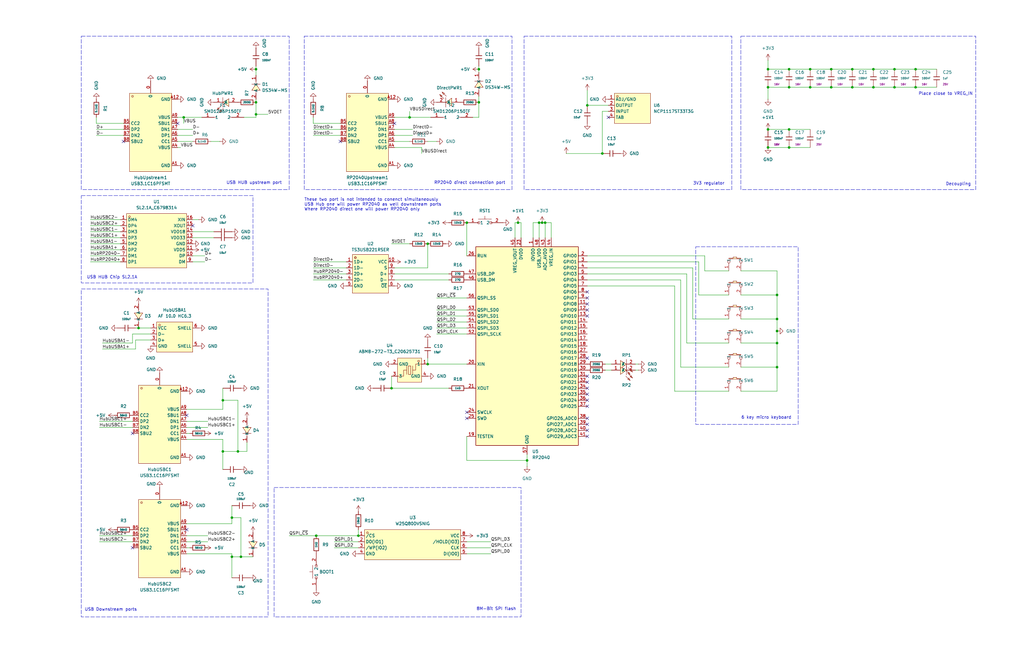
<source format=kicad_sch>
(kicad_sch (version 20250114) (generator "eeschema") (generator_version "9.0")
  (paper "USLedger")
  (title_block (title "MegaPad") (date "2025-04-11") (rev "v0.2") (company "Wolf Yuan"))
  (lib_symbols
    (symbol "PCM_JLCPCB-Capacitors:0402,100nF" (pin_numbers (hide yes)) (pin_names (offset 0))
      (property "Reference" "C" (at 2.032 1.668 0))
      (property "Value" "100nF" (at 2.032 -0.3782 0))
      (property "Voltage Rated" "16V" (at 2.032 -2.0462 0))
      (symbol "0402,100nF_1_1"
        (pin passive line (at 0 3.81 270) (length 3.175) (name "~") (number "1"))
        (pin passive line (at 0 -3.81 90) (length 3.175) (name "~") (number "2"))
      )
    )
    (symbol "PCM_JLCPCB-Capacitors:0402,10uF" (pin_numbers (hide yes)) (pin_names (offset 0))
      (property "Reference" "C" (at 2.032 1.668 0))
      (property "Value" "10uF" (at 2.032 -0.3782 0))
      (property "Voltage Rated" "6.3V" (at 2.032 -2.0462 0))
      (symbol "0402,10uF_1_1"
        (pin passive line (at 0 3.81 270) (length 3.175) (name "~") (number "1"))
        (pin passive line (at 0 -3.81 90) (length 3.175) (name "~") (number "2"))
      )
    )
    (symbol "PCM_JLCPCB-Capacitors:0402,15pF" (pin_numbers (hide yes)) (pin_names (offset 0))
      (property "Reference" "C" (at 2.032 1.668 0))
      (property "Value" "15pF" (at 2.032 -0.3782 0))
      (property "Voltage Rated" "50V" (at 2.032 -2.0462 0))
      (symbol "0402,15pF_1_1"
        (pin passive line (at 0 3.81 270) (length 3.175) (name "~") (number "1"))
        (pin passive line (at 0 -3.81 90) (length 3.175) (name "~") (number "2"))
      )
    )
    (symbol "PCM_JLCPCB-Capacitors:0402,1uF" (pin_numbers (hide yes)) (pin_names (offset 0))
      (property "Reference" "C" (at 2.032 1.668 0))
      (property "Value" "1uF" (at 2.032 -0.3782 0))
      (property "Voltage Rated" "25V" (at 2.032 -2.0462 0))
      (symbol "0402,1uF_1_1"
        (pin passive line (at 0 3.81 270) (length 3.175) (name "~") (number "1"))
        (pin passive line (at 0 -3.81 90) (length 3.175) (name "~") (number "2"))
      )
    )
    (symbol "PCM_JLCPCB-Capacitors:1206,100uF" (pin_numbers (hide yes)) (pin_names (offset 0))
      (property "Reference" "C" (at 2.032 1.668 0))
      (property "Value" "100uF" (at 2.032 -0.3782 0))
      (property "Voltage Rated" "6.3V" (at 2.032 -2.0462 0))
      (symbol "1206,100uF_1_1"
        (pin passive line (at 0 3.81 270) (length 3.175) (name "~") (number "1"))
        (pin passive line (at 0 -3.81 90) (length 3.175) (name "~") (number "2"))
      )
    )
    (symbol "PCM_JLCPCB-Extended:MCU, RP2040"
      (property "Reference" "U" (at 17.78 45.72 0))
      (property "Value" "RP2040" (at 17.78 43.18 0))
      (symbol "MCU, RP2040_1_1"
        (pin input line (at -25.4 38.1 0) (length 3.81) (name "RUN") (number "26"))
        (pin bidirectional line (at -25.4 30.48 0) (length 3.81) (name "USB_DP") (number "47"))
        (pin bidirectional line (at -25.4 27.94 0) (length 3.81) (name "USB_DM") (number "46"))
        (pin bidirectional line (at -25.4 20.32 0) (length 3.81) (name "QSPI_SS") (number "56"))
        (pin bidirectional line (at -25.4 15.24 0) (length 3.81) (name "QSPI_SD0") (number "53"))
        (pin bidirectional line (at -25.4 12.7 0) (length 3.81) (name "QSPI_SD1") (number "55"))
        (pin bidirectional line (at -25.4 10.16 0) (length 3.81) (name "QSPI_SD2") (number "54"))
        (pin bidirectional line (at -25.4 7.62 0) (length 3.81) (name "QSPI_SD3") (number "51"))
        (pin output line (at -25.4 5.08 0) (length 3.81) (name "QSPI_SCLK") (number "52"))
        (pin input line (at -25.4 -7.62 0) (length 3.81) (name "XIN") (number "20"))
        (pin passive line (at -25.4 -17.78 0) (length 3.81) (name "XOUT") (number "21"))
        (pin input line (at -25.4 -27.94 0) (length 3.81) (name "SWCLK") (number "24"))
        (pin bidirectional line (at -25.4 -30.48 0) (length 3.81) (name "SWD") (number "25"))
        (pin input line (at -25.4 -38.1 0) (length 3.81) (name "TESTEN") (number "19"))
        (pin power_out line (at -5.08 45.72 270) (length 3.81) (name "VREG_VOUT") (number "45"))
        (pin power_in line (at -2.54 45.72 270) (length 3.81) (name "DVDD") (number "23"))
        (pin passive line (at -2.54 45.72 270) (length 3.81) (hide yes) (name "DVDD") (number "50"))
        (pin power_in line (at 0 -45.72 90) (length 3.81) (name "GND") (number "57"))
        (pin power_in line (at 2.54 45.72 270) (length 3.81) (name "IOVDD") (number "1"))
        (pin passive line (at 2.54 45.72 270) (length 3.81) (hide yes) (name "IOVDD") (number "10"))
        (pin passive line (at 2.54 45.72 270) (length 3.81) (hide yes) (name "IOVDD") (number "22"))
        (pin passive line (at 2.54 45.72 270) (length 3.81) (hide yes) (name "IOVDD") (number "33"))
        (pin passive line (at 2.54 45.72 270) (length 3.81) (hide yes) (name "IOVDD") (number "42"))
        (pin passive line (at 2.54 45.72 270) (length 3.81) (hide yes) (name "IOVDD") (number "49"))
        (pin power_in line (at 5.08 45.72 270) (length 3.81) (name "USB_VDD") (number "48"))
        (pin power_in line (at 7.62 45.72 270) (length 3.81) (name "ADC_AVDD") (number "43"))
        (pin power_in line (at 10.16 45.72 270) (length 3.81) (name "VREG_IN") (number "44"))
        (pin bidirectional line (at 25.4 38.1 180) (length 3.81) (name "GPIO0") (number "2"))
        (pin bidirectional line (at 25.4 35.56 180) (length 3.81) (name "GPIO1") (number "3"))
        (pin bidirectional line (at 25.4 33.02 180) (length 3.81) (name "GPIO2") (number "4"))
        (pin bidirectional line (at 25.4 30.48 180) (length 3.81) (name "GPIO3") (number "5"))
        (pin bidirectional line (at 25.4 27.94 180) (length 3.81) (name "GPIO4") (number "6"))
        (pin bidirectional line (at 25.4 25.4 180) (length 3.81) (name "GPIO5") (number "7"))
        (pin bidirectional line (at 25.4 22.86 180) (length 3.81) (name "GPIO6") (number "8"))
        (pin bidirectional line (at 25.4 20.32 180) (length 3.81) (name "GPIO7") (number "9"))
        (pin bidirectional line (at 25.4 17.78 180) (length 3.81) (name "GPIO8") (number "11"))
        (pin bidirectional line (at 25.4 15.24 180) (length 3.81) (name "GPIO9") (number "12"))
        (pin bidirectional line (at 25.4 12.7 180) (length 3.81) (name "GPIO10") (number "13"))
        (pin bidirectional line (at 25.4 10.16 180) (length 3.81) (name "GPIO11") (number "14"))
        (pin bidirectional line (at 25.4 7.62 180) (length 3.81) (name "GPIO12") (number "15"))
        (pin bidirectional line (at 25.4 5.08 180) (length 3.81) (name "GPIO13") (number "16"))
        (pin bidirectional line (at 25.4 2.54 180) (length 3.81) (name "GPIO14") (number "17"))
        (pin bidirectional line (at 25.4 0 180) (length 3.81) (name "GPIO15") (number "18"))
        (pin bidirectional line (at 25.4 -2.54 180) (length 3.81) (name "GPIO16") (number "27"))
        (pin bidirectional line (at 25.4 -5.08 180) (length 3.81) (name "GPIO17") (number "28"))
        (pin bidirectional line (at 25.4 -7.62 180) (length 3.81) (name "GPIO18") (number "29"))
        (pin bidirectional line (at 25.4 -10.16 180) (length 3.81) (name "GPIO19") (number "30"))
        (pin bidirectional line (at 25.4 -12.7 180) (length 3.81) (name "GPIO20") (number "31"))
        (pin bidirectional line (at 25.4 -15.24 180) (length 3.81) (name "GPIO21") (number "32"))
        (pin bidirectional line (at 25.4 -17.78 180) (length 3.81) (name "GPIO22") (number "34"))
        (pin bidirectional line (at 25.4 -20.32 180) (length 3.81) (name "GPIO23") (number "35"))
        (pin bidirectional line (at 25.4 -22.86 180) (length 3.81) (name "GPIO24") (number "36"))
        (pin bidirectional line (at 25.4 -25.4 180) (length 3.81) (name "GPIO25") (number "37"))
        (pin bidirectional line (at 25.4 -30.48 180) (length 3.81) (name "GPIO26_ADC0") (number "38"))
        (pin bidirectional line (at 25.4 -33.02 180) (length 3.81) (name "GPIO27_ADC1") (number "39"))
        (pin bidirectional line (at 25.4 -35.56 180) (length 3.81) (name "GPIO28_ADC2") (number "40"))
        (pin bidirectional line (at 25.4 -38.1 180) (length 3.81) (name "GPIO29_ADC3") (number "41"))
      )
    )
    (symbol "PCM_JLCPCB-Resistors:0402,10kΩ" (pin_numbers (hide yes)) (pin_names (offset 0))
      (property "Reference" "R" (at 1.778 0 0))
      (property "Value" "10kΩ" (at 0 0 90))
      (symbol "0402,10kΩ_1_1"
        (pin passive line (at 0 3.81 270) (length 1.27) (name "~") (number "1"))
        (pin passive line (at 0 -3.81 90) (length 1.27) (name "~") (number "2"))
      )
    )
    (symbol "PCM_JLCPCB-Resistors:0402,1kΩ" (pin_numbers (hide yes)) (pin_names (offset 0))
      (property "Reference" "R" (at 1.778 0 0))
      (property "Value" "1kΩ" (at 0 0 90))
      (symbol "0402,1kΩ_1_1"
        (pin passive line (at 0 3.81 270) (length 1.27) (name "~") (number "1"))
        (pin passive line (at 0 -3.81 90) (length 1.27) (name "~") (number "2"))
      )
    )
    (symbol "PCM_JLCPCB-Resistors:0402,200Ω" (pin_numbers (hide yes)) (pin_names (offset 0))
      (property "Reference" "R" (at 1.778 0 0))
      (property "Value" "200Ω" (at 0 0 90))
      (symbol "0402,200Ω_1_1"
        (pin passive line (at 0 3.81 270) (length 1.27) (name "~") (number "1"))
        (pin passive line (at 0 -3.81 90) (length 1.27) (name "~") (number "2"))
      )
    )
    (symbol "PCM_JLCPCB-Resistors:0402,5.1kΩ" (pin_numbers (hide yes)) (pin_names (offset 0))
      (property "Reference" "R" (at 1.778 0 0))
      (property "Value" "5.1kΩ" (at 0 0 90))
      (symbol "0402,5.1kΩ_1_1"
        (pin passive line (at 0 3.81 270) (length 1.27) (name "~") (number "1"))
        (pin passive line (at 0 -3.81 90) (length 1.27) (name "~") (number "2"))
      )
    )
    (symbol "PCM_JLCPCB-Resistors:0402,56kΩ" (pin_numbers (hide yes)) (pin_names (offset 0))
      (property "Reference" "R" (at 1.778 0 0))
      (property "Value" "56kΩ" (at 0 0 90))
      (symbol "0402,56kΩ_1_1"
        (pin passive line (at 0 3.81 270) (length 1.27) (name "~") (number "1"))
        (pin passive line (at 0 -3.81 90) (length 1.27) (name "~") (number "2"))
      )
    )
    (symbol "PCM_JLCPCB-Resistors:0603,27Ω" (pin_numbers (hide yes)) (pin_names (offset 0))
      (property "Reference" "R" (at 1.778 0 0))
      (property "Value" "27Ω" (at 0 0 90))
      (symbol "0603,27Ω_1_1"
        (pin passive line (at 0 3.81 270) (length 1.27) (name "~") (number "1"))
        (pin passive line (at 0 -3.81 90) (length 1.27) (name "~") (number "2"))
      )
    )
    (symbol "easyeda2kicad:1TS015A-1400-0600-CT"
      (property "Reference" "SW" (at 0 5.08 0))
      (property "Value" "1TS015A-1400-0600-CT" (at 0 -5.08 0))
      (symbol "1TS015A-1400-0600-CT_0_1"
        (pin unspecified line (at -7.62 0 0) (length 5.08) (name "1") (number "1"))
        (pin unspecified line (at 7.62 0 180) (length 5.08) (name "2") (number "2"))
      )
    )
    (symbol "easyeda2kicad:ABM8-272-T3_C20625731"
      (property "Reference" "U" (at 0 7.62 0))
      (property "Value" "ABM8-272-T3_C20625731" (at 0 -7.62 0))
      (symbol "ABM8-272-T3_C20625731_0_1"
        (pin input line (at -7.62 2.54 0) (length 2.54) (name "GND") (number "4"))
        (pin input line (at -7.62 -2.54 0) (length 2.54) (name "1") (number "1"))
        (pin input line (at 7.62 2.54 180) (length 2.54) (name "3") (number "3"))
        (pin input line (at 7.62 -2.54 180) (length 2.54) (name "GND") (number "2"))
      )
    )
    (symbol "easyeda2kicad:AF10.0HC6.3"
      (property "Reference" "USB" (at 0 10.16 0))
      (property "Value" "AF 10.0 HC6.3" (at 0 -7.62 0))
      (symbol "AF10.0HC6.3_0_1"
        (pin unspecified line (at -10.16 5.08 0) (length 2.54) (name "VCC") (number "1"))
        (pin unspecified line (at -10.16 2.54 0) (length 2.54) (name "D-") (number "2"))
        (pin unspecified line (at -10.16 0 0) (length 2.54) (name "D+") (number "3"))
        (pin unspecified line (at -10.16 -2.54 0) (length 2.54) (name "GND") (number "4"))
        (pin unspecified line (at 10.16 5.08 180) (length 2.54) (name "SHELL") (number "6"))
        (pin unspecified line (at 10.16 -2.54 180) (length 2.54) (name "SHELL") (number "5"))
      )
    )
    (symbol "easyeda2kicad:DS34W-MS"
      (property "Reference" "D" (at 0 5.08 0))
      (property "Value" "DS34W-MS" (at 0 -5.08 0))
      (symbol "DS34W-MS_0_1"
        (pin unspecified line (at -5.08 0 0) (length 2.54) (name "K") (number "1"))
        (pin unspecified line (at 5.08 0 180) (length 2.54) (name "A") (number "2"))
      )
    )
    (symbol "easyeda2kicad:FC-F1005BK-470G5"
      (property "Reference" "LED" (at 0 3.81 0))
      (property "Value" "FC-F1005BK-470G5" (at 0 -6.35 0))
      (symbol "FC-F1005BK-470G5_0_1"
        (pin unspecified line (at -5.08 -1.27 0) (length 3.81) (name "K") (number "2"))
        (pin unspecified line (at 5.08 -1.27 180) (length 3.81) (name "A") (number "1"))
      )
    )
    (symbol "easyeda2kicad:FC-F1005UGK-520M5"
      (property "Reference" "LED" (at 0 3.81 0))
      (property "Value" "FC-F1005UGK-520M5" (at 0 -6.35 0))
      (symbol "FC-F1005UGK-520M5_0_1"
        (pin unspecified line (at -5.08 -1.27 0) (length 3.81) (name "K") (number "1"))
        (pin unspecified line (at 5.08 -1.27 180) (length 3.81) (name "A") (number "2"))
      )
    )
    (symbol "easyeda2kicad:FC-F1005WD-455K5"
      (property "Reference" "LED" (at 0 5.08 0))
      (property "Value" "FC-F1005WD-455K5" (at 0 -5.08 0))
      (symbol "FC-F1005WD-455K5_0_1"
        (pin unspecified line (at -5.08 0 0) (length 3.81) (name "K") (number "2"))
        (pin unspecified line (at 5.08 0 180) (length 3.81) (name "A") (number "1"))
      )
    )
    (symbol "easyeda2kicad:MX1A-11NW"
      (property "Reference" "SW" (at 0 0 0))
      (property "Value" "MX1A-11NW" (at 0 -10.16 0))
      (symbol "MX1A-11NW_0_1"
        (pin unspecified line (at -2.54 -5.08 90) (length 3.302) (name "1") (number "1"))
        (pin unspecified line (at 2.54 -5.08 90) (length 3.302) (name "2") (number "2"))
      )
    )
    (symbol "easyeda2kicad:NCP1117ST33T3G"
      (property "Reference" "U" (at 0 8.89 0))
      (property "Value" "NCP1117ST33T3G" (at 0 -8.89 0))
      (symbol "NCP1117ST33T3G_0_1"
        (pin unspecified line (at -10.16 3.81 0) (length 2.54) (name "ADJ/GND") (number "1"))
        (pin unspecified line (at -10.16 1.27 0) (length 2.54) (name "OUTPUT") (number "2"))
        (pin unspecified line (at -10.16 -1.27 0) (length 2.54) (name "INPUT") (number "3"))
        (pin unspecified line (at -10.16 -3.81 0) (length 2.54) (name "TAB") (number "4"))
      )
    )
    (symbol "easyeda2kicad:SL2.1A_C6798314"
      (property "Reference" "U" (at 0 15.24 0))
      (property "Value" "SL2.1A_C6798314" (at 0 -12.7 0))
      (symbol "SL2.1A_C6798314_0_1"
        (pin unspecified line (at -15.24 10.16 0) (length 2.54) (name "DM4") (number "1"))
        (pin unspecified line (at -15.24 7.62 0) (length 2.54) (name "DP4") (number "2"))
        (pin unspecified line (at -15.24 5.08 0) (length 2.54) (name "DM3") (number "3"))
        (pin unspecified line (at -15.24 2.54 0) (length 2.54) (name "DP3") (number "4"))
        (pin unspecified line (at -15.24 0 0) (length 2.54) (name "DM2") (number "5"))
        (pin unspecified line (at -15.24 -2.54 0) (length 2.54) (name "DP2") (number "6"))
        (pin unspecified line (at -15.24 -5.08 0) (length 2.54) (name "DM1") (number "7"))
        (pin unspecified line (at -15.24 -7.62 0) (length 2.54) (name "DP1") (number "8"))
        (pin unspecified line (at 15.24 10.16 180) (length 2.54) (name "XIN") (number "16"))
        (pin unspecified line (at 15.24 7.62 180) (length 2.54) (name "XOUT") (number "15"))
        (pin unspecified line (at 15.24 5.08 180) (length 2.54) (name "VDD18") (number "14"))
        (pin unspecified line (at 15.24 2.54 180) (length 2.54) (name "VDD33") (number "13"))
        (pin unspecified line (at 15.24 0 180) (length 2.54) (name "GND") (number "12"))
        (pin unspecified line (at 15.24 -2.54 180) (length 2.54) (name "VDD5") (number "11"))
        (pin unspecified line (at 15.24 -5.08 180) (length 2.54) (name "DP") (number "10"))
        (pin unspecified line (at 15.24 -7.62 180) (length 2.54) (name "DM") (number "9"))
      )
    )
    (symbol "easyeda2kicad:SMD1206P150TF"
      (property "Reference" "F" (at 0 3.81 0))
      (property "Value" "SMD1206P150TF" (at 0 -6.35 0))
      (symbol "SMD1206P150TF_0_1"
        (pin unspecified line (at -8.89 -1.27 0) (length 5.08) (name "1") (number "1"))
        (pin unspecified line (at 8.89 -1.27 180) (length 5.08) (name "2") (number "2"))
      )
    )
    (symbol "easyeda2kicad:TS3USB221RSER"
      (property "Reference" "U" (at 0 10.16 0))
      (property "Value" "TS3USB221RSER" (at 0 -10.16 0))
      (symbol "TS3USB221RSER_0_1"
        (pin unspecified line (at -10.16 5.08 0) (length 2.54) (name "1D+") (number "1"))
        (pin unspecified line (at -10.16 2.54 0) (length 2.54) (name "1D-") (number "2"))
        (pin unspecified line (at -10.16 0 0) (length 2.54) (name "2D+") (number "3"))
        (pin unspecified line (at -10.16 -2.54 0) (length 2.54) (name "2D-") (number "4"))
        (pin unspecified line (at -10.16 -5.08 0) (length 2.54) (name "GND") (number "5"))
        (pin unspecified line (at 10.16 5.08 180) (length 2.54) (name "VCC") (number "10"))
        (pin unspecified line (at 10.16 2.54 180) (length 2.54) (name "S") (number "9"))
        (pin unspecified line (at 10.16 0 180) (length 2.54) (name "D+") (number "8"))
        (pin unspecified line (at 10.16 -2.54 180) (length 2.54) (name "D-") (number "7"))
        (pin unspecified line (at 10.16 -5.08 180) (length 2.54) (name "~{OE}") (number "6"))
      )
    )
    (symbol "easyeda2kicad:USB3.1C16PFSMT"
      (property "Reference" "USBC" (at 0 26.67 0))
      (property "Value" "USB3.1C16PFSMT" (at 0 -19.05 0))
      (symbol "USB3.1C16PFSMT_0_1"
        (pin unspecified line (at -11.43 3.81 0) (length 2.54) (name "CC2") (number "B5"))
        (pin unspecified line (at -11.43 1.27 0) (length 2.54) (name "DP2") (number "B6"))
        (pin unspecified line (at -11.43 -1.27 0) (length 2.54) (name "DN2") (number "B7"))
        (pin unspecified line (at -11.43 -3.81 0) (length 2.54) (name "SBU2") (number "B8"))
        (pin unspecified line (at 0 21.59 270) (length 5.08) (name "0") (number "0"))
        (pin unspecified line (at 11.43 13.97 180) (length 2.54) (name "GND") (number "A12"))
        (pin unspecified line (at 11.43 6.35 180) (length 2.54) (name "VBUS") (number "A9"))
        (pin unspecified line (at 11.43 3.81 180) (length 2.54) (name "SBU1") (number "A8"))
        (pin unspecified line (at 11.43 1.27 180) (length 2.54) (name "DN1") (number "A7"))
        (pin unspecified line (at 11.43 -1.27 180) (length 2.54) (name "DP1") (number "A6"))
        (pin unspecified line (at 11.43 -3.81 180) (length 2.54) (name "CC1") (number "A5"))
        (pin unspecified line (at 11.43 -6.35 180) (length 2.54) (name "VBUS") (number "A4"))
        (pin unspecified line (at 11.43 -13.97 180) (length 2.54) (name "GND") (number "A1"))
      )
    )
    (symbol "easyeda2kicad:W25Q80DVSNIG"
      (property "Reference" "U" (at 0 7.62 0))
      (property "Value" "W25Q80DVSNIG" (at 0 -10.16 0))
      (symbol "W25Q80DVSNIG_0_1"
        (pin unspecified line (at -22.86 2.54 0) (length 2.54) (name "/CS") (number "1"))
        (pin unspecified line (at -22.86 0 0) (length 2.54) (name "DO(IO1)") (number "2"))
        (pin unspecified line (at -22.86 -2.54 0) (length 2.54) (name "/WP(IO2)") (number "3"))
        (pin unspecified line (at -22.86 -5.08 0) (length 2.54) (name "GND") (number "4"))
        (pin unspecified line (at 22.86 2.54 180) (length 2.54) (name "VCC") (number "8"))
        (pin unspecified line (at 22.86 0 180) (length 2.54) (name "/HOLD(IO3)") (number "7"))
        (pin unspecified line (at 22.86 -2.54 180) (length 2.54) (name "CLK") (number "6"))
        (pin unspecified line (at 22.86 -5.08 180) (length 2.54) (name "DI(IO0)") (number "5"))
      )
    )
    (symbol "power:+1V1" (power) (pin_numbers (hide yes)) (pin_names (offset 0) (hide yes))
      (property "Value" "+1V1" (at 0 3.556 0))
      (symbol "+1V1_1_1"
        (pin power_in line (at 0 0 90) (length 0) (name "~") (number "1"))
      )
    )
    (symbol "power:+3V3" (power) (pin_numbers (hide yes)) (pin_names (offset 0) (hide yes))
      (property "Value" "+3V3" (at 0 3.556 0))
      (symbol "+3V3_1_1"
        (pin power_in line (at 0 0 90) (length 0) (name "~") (number "1"))
      )
    )
    (symbol "power:+5V" (power) (pin_numbers (hide yes)) (pin_names (offset 0) (hide yes))
      (property "Value" "+5V" (at 0 3.556 0))
      (symbol "+5V_1_1"
        (pin power_in line (at 0 0 90) (length 0) (name "~") (number "1"))
      )
    )
    (symbol "power:GND" (power) (pin_numbers (hide yes)) (pin_names (offset 0) (hide yes))
      (property "Value" "GND" (at 0 -3.81 0))
      (symbol "GND_1_1"
        (pin power_in line (at 0 0 270) (length 0) (name "~") (number "1"))
      )
    )
  )
  (rectangle (start 34.29 121.92) (end 113.03 260.35) (stroke (width 0) (type dash)))
  (rectangle (start 293.37 104.14) (end 336.55 179.07) (stroke (width 0) (type dash)))
  (rectangle (start 220.98 15.24) (end 308.61 80.01) (stroke (width 0) (type dash)))
  (rectangle (start 34.29 82.55) (end 106.68 119.38) (stroke (width 0) (type dash)))
  (rectangle (start 312.42 15.24) (end 411.48 80.01) (stroke (width 0) (type dash)))
  (rectangle (start 115.57 205.74) (end 219.71 260.35) (stroke (width 0) (type dash)))
  (rectangle (start 128.27 15.24) (end 215.9 80.01) (stroke (width 0) (type dash)))
  (rectangle (start 34.29 15.24) (end 121.92 80.01) (stroke (width 0) (type dash)))
  (text "USB HUB upstream port" (exclude_from_sim yes) (at 118.872 77.216 0) (effects (font (size 1.27 1.27)) (justify right)))
  (text "6 key micro keyboard" (exclude_from_sim yes) (at 333.756 176.276 0) (effects (font (size 1.27 1.27)) (justify right)))
  (text "Decoupling" (exclude_from_sim yes) (at 409.448 77.724 0) (effects (font (size 1.27 1.27)) (justify right)))
  (text "8M-Bit SPI flash" (exclude_from_sim yes) (at 217.678 257.048 0) (effects (font (size 1.27 1.27)) (justify right)))
  (text "These two port is not intended to conenct simultaneously\nUSB Hub one will power RP2040 as well downstream ports\nWhere RP2040 direct one will power RP2040 only" (at 128.27 86.36 0) (effects (font (size 1.27 1.27)) (justify left)))
  (text "USB Downstream ports" (exclude_from_sim yes) (at 46.736 257.302 0) (effects (font (size 1.27 1.27))))
  (text "3V3 regulator" (exclude_from_sim yes) (at 305.562 77.47 0) (effects (font (size 1.27 1.27)) (justify right)))
  (text "USB HUB Chip SL2.1A" (exclude_from_sim yes) (at 47.244 117.094 0) (effects (font (size 1.27 1.27))))
  (text "RP2040 direct connection port" (exclude_from_sim yes) (at 213.106 77.216 0) (effects (font (size 1.27 1.27)) (justify right)))
  (text "Place close to VREG_IN" (exclude_from_sim yes) (at 398.78 39.624 0) (effects (font (size 1.27 1.27))))
  (junction (at 332.74 36.83))
  (junction (at 100.33 190.5))
  (junction (at 368.3 29.21))
  (junction (at 368.3 36.83))
  (junction (at 77.47 49.53))
  (junction (at 254 64.77))
  (junction (at 218.44 93.98))
  (junction (at 327.66 134.62))
  (junction (at 107.95 48.26))
  (junction (at 97.79 218.44))
  (junction (at 229.87 93.98))
  (junction (at 327.66 144.78))
  (junction (at 327.66 139.7))
  (junction (at 227.33 93.98))
  (junction (at 107.95 43.18))
  (junction (at 341.63 29.21))
  (junction (at 228.6 93.98))
  (junction (at 386.08 36.83))
  (junction (at 196.85 93.98))
  (junction (at 327.66 154.94))
  (junction (at 58.42 138.43))
  (junction (at 350.52 36.83))
  (junction (at 180.34 102.87))
  (junction (at 180.34 153.67))
  (junction (at 323.85 36.83))
  (junction (at 151.13 226.06))
  (junction (at 133.35 226.06))
  (junction (at 201.93 43.18))
  (junction (at 97.79 234.95))
  (junction (at 377.19 36.83))
  (junction (at 222.25 194.31))
  (junction (at 201.93 29.21))
  (junction (at 341.63 36.83))
  (junction (at 332.74 29.21))
  (junction (at 332.74 54.61))
  (junction (at 101.6 234.95))
  (junction (at 172.72 49.53))
  (junction (at 323.85 29.21))
  (junction (at 377.19 29.21))
  (junction (at 332.74 62.23))
  (junction (at 323.85 62.23))
  (junction (at 93.98 190.5))
  (junction (at 165.1 163.83))
  (junction (at 359.41 36.83))
  (junction (at 247.65 44.45))
  (junction (at 107.95 29.21))
  (junction (at 350.52 29.21))
  (junction (at 386.08 29.21))
  (junction (at 359.41 29.21))
  (junction (at 327.66 124.46))
  (junction (at 323.85 54.61))
  (junction (at 93.98 168.91))
  (no_connect (at 247.65 161.29))
  (no_connect (at 81.28 95.25))
  (no_connect (at 143.51 59.69))
  (no_connect (at 247.65 151.13))
  (no_connect (at 247.65 168.91))
  (no_connect (at 55.88 182.88))
  (no_connect (at 52.07 59.69))
  (no_connect (at 247.65 130.81))
  (no_connect (at 55.88 231.14))
  (no_connect (at 247.65 171.45))
  (no_connect (at 247.65 123.19))
  (no_connect (at 78.74 175.26))
  (no_connect (at 196.85 173.99))
  (no_connect (at 74.93 52.07))
  (no_connect (at 247.65 166.37))
  (no_connect (at 256.54 49.53))
  (no_connect (at 247.65 163.83))
  (no_connect (at 247.65 158.75))
  (no_connect (at 247.65 181.61))
  (no_connect (at 247.65 179.07))
  (no_connect (at 247.65 125.73))
  (no_connect (at 166.37 52.07))
  (no_connect (at 247.65 133.35))
  (no_connect (at 196.85 176.53))
  (no_connect (at 78.74 223.52))
  (no_connect (at 247.65 128.27))
  (no_connect (at 247.65 176.53))
  (no_connect (at 247.65 184.15))
  (wire (pts (xy 294.64 110.49) (xy 294.64 124.46)))
  (wire (pts (xy 166.37 49.53) (xy 172.72 49.53)))
  (wire (pts (xy 227.33 93.98) (xy 228.6 93.98)))
  (wire (pts (xy 368.3 36.83) (xy 377.19 36.83)))
  (wire (pts (xy 217.17 93.98) (xy 218.44 93.98)))
  (wire (pts (xy 93.98 190.5) (xy 93.98 185.42)))
  (wire (pts (xy 180.34 151.13) (xy 180.34 153.67)))
  (wire (pts (xy 80.01 182.88) (xy 78.74 182.88)))
  (wire (pts (xy 74.93 57.15) (xy 81.28 57.15)))
  (wire (pts (xy 57.15 138.43) (xy 58.42 138.43)))
  (wire (pts (xy 166.37 59.69) (xy 172.72 59.69)))
  (wire (pts (xy 287.02 154.94) (xy 287.02 118.11)))
  (wire (pts (xy 74.93 49.53) (xy 77.47 49.53)))
  (wire (pts (xy 196.85 194.31) (xy 222.25 194.31)))
  (wire (pts (xy 294.64 124.46) (xy 307.34 124.46)))
  (wire (pts (xy 217.17 93.98) (xy 217.17 100.33)))
  (wire (pts (xy 327.66 139.7) (xy 327.66 144.78)))
  (wire (pts (xy 247.65 115.57) (xy 289.56 115.57)))
  (wire (pts (xy 327.66 134.62) (xy 327.66 139.7)))
  (wire (pts (xy 228.6 93.98) (xy 229.87 93.98)))
  (wire (pts (xy 386.08 29.21) (xy 394.97 29.21)))
  (wire (pts (xy 247.65 107.95) (xy 297.18 107.95)))
  (wire (pts (xy 74.93 62.23) (xy 76.2 62.23)))
  (wire (pts (xy 165.1 102.87) (xy 172.72 102.87)))
  (wire (pts (xy 312.42 165.1) (xy 327.66 165.1)))
  (wire (pts (xy 97.79 218.44) (xy 97.79 220.98)))
  (wire (pts (xy 166.37 62.23) (xy 177.8 62.23)))
  (wire (pts (xy 74.93 59.69) (xy 81.28 59.69)))
  (wire (pts (xy 180.34 102.87) (xy 180.34 113.03)))
  (wire (pts (xy 38.1 95.25) (xy 50.8 95.25)))
  (wire (pts (xy 78.74 233.68) (xy 97.79 233.68)))
  (wire (pts (xy 166.37 115.57) (xy 189.23 115.57)))
  (wire (pts (xy 77.47 52.07) (xy 77.47 49.53)))
  (wire (pts (xy 287.02 118.11) (xy 247.65 118.11)))
  (wire (pts (xy 377.19 29.21) (xy 386.08 29.21)))
  (wire (pts (xy 256.54 46.99) (xy 254 46.99)))
  (wire (pts (xy 165.1 163.83) (xy 189.23 163.83)))
  (wire (pts (xy 247.65 113.03) (xy 292.1 113.03)))
  (wire (pts (xy 327.66 154.94) (xy 327.66 165.1)))
  (wire (pts (xy 386.08 36.83) (xy 394.97 36.83)))
  (wire (pts (xy 341.63 36.83) (xy 350.52 36.83)))
  (wire (pts (xy 184.15 59.69) (xy 180.34 59.69)))
  (wire (pts (xy 40.64 49.53) (xy 40.64 52.07)))
  (wire (pts (xy 238.76 64.77) (xy 254 64.77)))
  (wire (pts (xy 55.88 140.97) (xy 63.5 140.97)))
  (wire (pts (xy 297.18 114.3) (xy 307.34 114.3)))
  (wire (pts (xy 269.24 156.21) (xy 267.97 156.21)))
  (wire (pts (xy 38.1 100.33) (xy 50.8 100.33)))
  (wire (pts (xy 341.63 29.21) (xy 350.52 29.21)))
  (wire (pts (xy 284.48 120.65) (xy 284.48 165.1)))
  (wire (pts (xy 184.15 140.97) (xy 196.85 140.97)))
  (wire (pts (xy 292.1 134.62) (xy 292.1 113.03)))
  (wire (pts (xy 166.37 57.15) (xy 173.99 57.15)))
  (wire (pts (xy 106.68 234.95) (xy 101.6 234.95)))
  (wire (pts (xy 97.79 233.68) (xy 97.79 234.95)))
  (wire (pts (xy 87.63 231.14) (xy 86.36 231.14)))
  (wire (pts (xy 332.74 62.23) (xy 341.63 62.23)))
  (wire (pts (xy 307.34 134.62) (xy 292.1 134.62)))
  (wire (pts (xy 38.1 107.95) (xy 50.8 107.95)))
  (wire (pts (xy 332.74 36.83) (xy 341.63 36.83)))
  (wire (pts (xy 133.35 226.06) (xy 151.13 226.06)))
  (wire (pts (xy 219.71 100.33) (xy 219.71 93.98)))
  (wire (pts (xy 377.19 36.83) (xy 386.08 36.83)))
  (wire (pts (xy 90.17 100.33) (xy 81.28 100.33)))
  (wire (pts (xy 132.08 57.15) (xy 143.51 57.15)))
  (wire (pts (xy 87.63 180.34) (xy 78.74 180.34)))
  (wire (pts (xy 184.15 138.43) (xy 196.85 138.43)))
  (wire (pts (xy 257.81 156.21) (xy 255.27 156.21)))
  (wire (pts (xy 359.41 29.21) (xy 368.3 29.21)))
  (wire (pts (xy 247.65 38.1) (xy 247.65 44.45)))
  (wire (pts (xy 97.79 234.95) (xy 97.79 243.84)))
  (wire (pts (xy 132.08 54.61) (xy 143.51 54.61)))
  (wire (pts (xy 165.1 158.75) (xy 165.1 163.83)))
  (wire (pts (xy 180.34 113.03) (xy 166.37 113.03)))
  (wire (pts (xy 43.18 147.32) (xy 57.15 147.32)))
  (wire (pts (xy 93.98 168.91) (xy 93.98 172.72)))
  (wire (pts (xy 222.25 191.77) (xy 222.25 194.31)))
  (wire (pts (xy 323.85 36.83) (xy 323.85 41.91)))
  (wire (pts (xy 196.85 231.14) (xy 207.01 231.14)))
  (wire (pts (xy 332.74 29.21) (xy 341.63 29.21)))
  (wire (pts (xy 38.1 97.79) (xy 50.8 97.79)))
  (wire (pts (xy 58.42 138.43) (xy 63.5 138.43)))
  (wire (pts (xy 184.15 130.81) (xy 196.85 130.81)))
  (wire (pts (xy 38.1 92.71) (xy 50.8 92.71)))
  (wire (pts (xy 93.98 198.12) (xy 93.98 190.5)))
  (wire (pts (xy 97.79 218.44) (xy 101.6 218.44)))
  (wire (pts (xy 107.95 41.91) (xy 107.95 43.18)))
  (wire (pts (xy 107.95 49.53) (xy 102.87 49.53)))
  (wire (pts (xy 247.65 44.45) (xy 256.54 44.45)))
  (wire (pts (xy 312.42 154.94) (xy 327.66 154.94)))
  (wire (pts (xy 41.91 180.34) (xy 55.88 180.34)))
  (wire (pts (xy 78.74 177.8) (xy 87.63 177.8)))
  (wire (pts (xy 287.02 154.94) (xy 307.34 154.94)))
  (wire (pts (xy 312.42 114.3) (xy 327.66 114.3)))
  (wire (pts (xy 92.71 59.69) (xy 88.9 59.69)))
  (wire (pts (xy 55.88 144.78) (xy 55.88 140.97)))
  (wire (pts (xy 40.64 54.61) (xy 52.07 54.61)))
  (wire (pts (xy 57.15 147.32) (xy 57.15 143.51)))
  (wire (pts (xy 350.52 36.83) (xy 359.41 36.83)))
  (wire (pts (xy 289.56 115.57) (xy 289.56 144.78)))
  (wire (pts (xy 87.63 182.88) (xy 86.36 182.88)))
  (wire (pts (xy 323.85 25.4) (xy 323.85 29.21)))
  (wire (pts (xy 327.66 124.46) (xy 327.66 134.62)))
  (wire (pts (xy 177.8 62.23) (xy 177.8 64.77)))
  (wire (pts (xy 107.95 43.18) (xy 107.95 48.26)))
  (wire (pts (xy 269.24 153.67) (xy 267.97 153.67)))
  (wire (pts (xy 107.95 48.26) (xy 107.95 49.53)))
  (wire (pts (xy 101.6 234.95) (xy 97.79 234.95)))
  (wire (pts (xy 101.6 218.44) (xy 101.6 234.95)))
  (wire (pts (xy 38.1 110.49) (xy 50.8 110.49)))
  (wire (pts (xy 132.08 110.49) (xy 146.05 110.49)))
  (wire (pts (xy 350.52 29.21) (xy 359.41 29.21)))
  (wire (pts (xy 41.91 226.06) (xy 55.88 226.06)))
  (wire (pts (xy 166.37 54.61) (xy 173.99 54.61)))
  (wire (pts (xy 327.66 114.3) (xy 327.66 124.46)))
  (wire (pts (xy 40.64 52.07) (xy 52.07 52.07)))
  (wire (pts (xy 172.72 49.53) (xy 181.61 49.53)))
  (wire (pts (xy 312.42 144.78) (xy 327.66 144.78)))
  (wire (pts (xy 327.66 144.78) (xy 327.66 154.94)))
  (wire (pts (xy 93.98 168.91) (xy 100.33 168.91)))
  (wire (pts (xy 77.47 49.53) (xy 85.09 49.53)))
  (wire (pts (xy 38.1 102.87) (xy 50.8 102.87)))
  (wire (pts (xy 229.87 93.98) (xy 229.87 100.33)))
  (wire (pts (xy 201.93 40.64) (xy 201.93 43.18)))
  (wire (pts (xy 97.79 220.98) (xy 78.74 220.98)))
  (wire (pts (xy 97.79 213.36) (xy 97.79 218.44)))
  (wire (pts (xy 93.98 163.83) (xy 93.98 168.91)))
  (wire (pts (xy 368.3 29.21) (xy 377.19 29.21)))
  (wire (pts (xy 323.85 62.23) (xy 332.74 62.23)))
  (wire (pts (xy 257.81 153.67) (xy 255.27 153.67)))
  (wire (pts (xy 38.1 105.41) (xy 50.8 105.41)))
  (wire (pts (xy 229.87 93.98) (xy 232.41 93.98)))
  (wire (pts (xy 247.65 110.49) (xy 294.64 110.49)))
  (wire (pts (xy 81.28 107.95) (xy 86.36 107.95)))
  (wire (pts (xy 232.41 93.98) (xy 232.41 100.33)))
  (wire (pts (xy 100.33 190.5) (xy 93.98 190.5)))
  (wire (pts (xy 74.93 54.61) (xy 81.28 54.61)))
  (wire (pts (xy 218.44 93.98) (xy 219.71 93.98)))
  (wire (pts (xy 184.15 125.73) (xy 196.85 125.73)))
  (wire (pts (xy 132.08 52.07) (xy 143.51 52.07)))
  (wire (pts (xy 201.93 29.21) (xy 201.93 27.94)))
  (wire (pts (xy 201.93 30.48) (xy 201.93 29.21)))
  (wire (pts (xy 151.13 223.52) (xy 151.13 226.06)))
  (wire (pts (xy 312.42 124.46) (xy 327.66 124.46)))
  (wire (pts (xy 81.28 110.49) (xy 86.36 110.49)))
  (wire (pts (xy 172.72 46.99) (xy 172.72 49.53)))
  (wire (pts (xy 312.42 134.62) (xy 327.66 134.62)))
  (wire (pts (xy 284.48 165.1) (xy 307.34 165.1)))
  (wire (pts (xy 43.18 144.78) (xy 55.88 144.78)))
  (wire (pts (xy 184.15 135.89) (xy 196.85 135.89)))
  (wire (pts (xy 107.95 29.21) (xy 107.95 31.75)))
  (wire (pts (xy 323.85 29.21) (xy 332.74 29.21)))
  (wire (pts (xy 222.25 194.31) (xy 222.25 196.85)))
  (wire (pts (xy 81.28 92.71) (xy 83.82 92.71)))
  (wire (pts (xy 132.08 115.57) (xy 146.05 115.57)))
  (wire (pts (xy 247.65 120.65) (xy 284.48 120.65)))
  (wire (pts (xy 196.85 184.15) (xy 196.85 194.31)))
  (wire (pts (xy 104.14 190.5) (xy 100.33 190.5)))
  (wire (pts (xy 132.08 113.03) (xy 146.05 113.03)))
  (wire (pts (xy 80.01 231.14) (xy 78.74 231.14)))
  (wire (pts (xy 201.93 49.53) (xy 199.39 49.53)))
  (wire (pts (xy 359.41 36.83) (xy 368.3 36.83)))
  (wire (pts (xy 81.28 97.79) (xy 90.17 97.79)))
  (wire (pts (xy 41.91 177.8) (xy 55.88 177.8)))
  (wire (pts (xy 140.97 228.6) (xy 151.13 228.6)))
  (wire (pts (xy 323.85 36.83) (xy 332.74 36.83)))
  (wire (pts (xy 323.85 54.61) (xy 332.74 54.61)))
  (wire (pts (xy 87.63 228.6) (xy 78.74 228.6)))
  (wire (pts (xy 121.92 226.06) (xy 133.35 226.06)))
  (wire (pts (xy 104.14 186.69) (xy 104.14 190.5)))
  (wire (pts (xy 107.95 27.94) (xy 107.95 29.21)))
  (wire (pts (xy 57.15 143.51) (xy 63.5 143.51)))
  (wire (pts (xy 289.56 144.78) (xy 307.34 144.78)))
  (wire (pts (xy 132.08 118.11) (xy 146.05 118.11)))
  (wire (pts (xy 184.15 133.35) (xy 196.85 133.35)))
  (wire (pts (xy 140.97 231.14) (xy 151.13 231.14)))
  (wire (pts (xy 166.37 118.11) (xy 189.23 118.11)))
  (wire (pts (xy 227.33 93.98) (xy 227.33 100.33)))
  (wire (pts (xy 40.64 57.15) (xy 52.07 57.15)))
  (wire (pts (xy 196.85 93.98) (xy 196.85 107.95)))
  (wire (pts (xy 113.03 48.26) (xy 107.95 48.26)))
  (wire (pts (xy 132.08 49.53) (xy 132.08 52.07)))
  (wire (pts (xy 100.33 168.91) (xy 100.33 190.5)))
  (wire (pts (xy 78.74 226.06) (xy 87.63 226.06)))
  (wire (pts (xy 41.91 228.6) (xy 55.88 228.6)))
  (wire (pts (xy 201.93 43.18) (xy 201.93 49.53)))
  (wire (pts (xy 180.34 153.67) (xy 196.85 153.67)))
  (wire (pts (xy 196.85 228.6) (xy 207.01 228.6)))
  (wire (pts (xy 224.79 93.98) (xy 224.79 100.33)))
  (wire (pts (xy 224.79 93.98) (xy 227.33 93.98)))
  (wire (pts (xy 297.18 107.95) (xy 297.18 114.3)))
  (wire (pts (xy 196.85 233.68) (xy 207.01 233.68)))
  (wire (pts (xy 93.98 185.42) (xy 78.74 185.42)))
  (wire (pts (xy 254 46.99) (xy 254 64.77)))
  (wire (pts (xy 78.74 172.72) (xy 93.98 172.72)))
  (wire (pts (xy 332.74 54.61) (xy 341.63 54.61)))
  (label "QSPI_D1" (at 140.97 228.6 0))
  (label "VBUSDirect" (at 172.72 46.99 0))
  (label "QSPI_D1" (at 184.15 133.35 0))
  (label "D+" (at 40.64 54.61 0))
  (label "HubRP2040-" (at 132.08 115.57 0))
  (label "QSPI_CLK" (at 207.01 231.14 0))
  (label "D-" (at 40.64 57.15 0))
  (label "D-" (at 86.36 110.49 0))
  (label "HubUSBC2+" (at 41.91 226.06 0))
  (label "HubUSBC1+" (at 38.1 100.33 0))
  (label "HubUSBC1+" (at 41.91 177.8 0))
  (label "HubUSBA1+" (at 38.1 105.41 0))
  (label "HubUSBC2-" (at 38.1 92.71 0))
  (label "DirectD+" (at 132.08 54.61 0))
  (label "DirectD-" (at 132.08 113.03 0))
  (label "VBUS" (at 76.2 62.23 0))
  (label "HubRP2040+" (at 132.08 118.11 0))
  (label "QSPI_D0" (at 207.01 233.68 0))
  (label "DirectD+" (at 132.08 110.49 0))
  (label "HubUSBA1-" (at 43.18 144.78 0))
  (label "HubUSBA1-" (at 38.1 102.87 0))
  (label "VBUS" (at 77.47 52.07 0))
  (label "QSPI_~{CS}" (at 121.92 226.06 0))
  (label "QSPI_D3" (at 207.01 228.6 0))
  (label "HubUSBC2+" (at 87.63 228.6 0))
  (label "5VDET" (at 113.03 48.26 0))
  (label "HubRP2040+" (at 38.1 110.49 0))
  (label "HubUSBC2-" (at 87.63 226.06 0))
  (label "D-" (at 81.28 54.61 0))
  (label "HubUSBC1+" (at 87.63 180.34 0))
  (label "D+" (at 81.28 57.15 0))
  (label "HubUSBC1-" (at 87.63 177.8 0))
  (label "HubUSBC1-" (at 41.91 180.34 0))
  (label "QSPI_D0" (at 184.15 130.81 0))
  (label "QSPI_D3" (at 184.15 138.43 0))
  (label "HubUSBC2-" (at 41.91 228.6 0))
  (label "QSPI_D2" (at 140.97 231.14 0))
  (label "HubUSBC2+" (at 38.1 95.25 0))
  (label "HubRP2040-" (at 38.1 107.95 0))
  (label "DirectD+" (at 173.99 57.15 0))
  (label "QSPI_D2" (at 184.15 135.89 0))
  (label "5VDET" (at 165.1 102.87 0))
  (label "HubUSBA1+" (at 43.18 147.32 0))
  (label "DirectD-" (at 132.08 57.15 0))
  (label "QSPI_~{CS}" (at 184.15 125.73 0))
  (label "VBUSDirect" (at 177.8 64.77 0))
  (label "HubUSBC1-" (at 38.1 97.79 0))
  (label "D+" (at 86.36 107.95 0))
  (label "DirectD-" (at 173.99 54.61 0))
  (label "QSPI_CLK" (at 184.15 140.97 0))
  (symbol (lib_id "power:GND") (at 323.85 41.91 0) (unit 1)
    (property "Reference" "#PWR072" (effects (hide yes)))
    (property "Value" "GND" (at 323.85 46.99 0))
    (property "Description" "Power symbol creates a global label with name \"GND\" , ground" (effects (hide yes)))
  )
  (symbol (lib_id "power:+5V") (at 201.93 29.21 90) (unit 1)
    (property "Reference" "#PWR052" (effects (hide yes)))
    (property "Value" "+5V" (at 198.12 29.2099 90) (effects (justify left)))
    (property "Description" "Power symbol creates a global label with name \"+5V\"" (effects (hide yes)))
  )
  (symbol (lib_id "easyeda2kicad:TS3USB221RSER") (at 156.21 115.57 0) (unit 1)
    (property "Reference" "U2" (at 156.21 102.87 0))
    (property "Value" "TS3USB221RSER" (at 156.21 105.41 0))
    (property "Footprint" "easyeda2kicad:UQFN-10_L2.0-W1.5-P0.50-BL" (effects (hide yes)))
    (property "Datasheet" "https://lcsc.com/product-detail/USB_TI_TS3USB221RSER_TS3USB221RSER_C130085.html" (effects (hide yes)))
    (property "LCSC Part" "C130085" (effects (hide yes)))
  )
  (symbol (lib_id "easyeda2kicad:AF10.0HC6.3") (at 73.66 143.51 0) (unit 1)
    (property "Reference" "HubUSBA1" (at 73.66 130.81 0))
    (property "Value" "AF 10.0 HC6.3" (at 73.66 133.35 0))
    (property "Footprint" "easyeda2kicad:USB-A-TH_AF-10.0-HC6.3" (effects (hide yes)))
    (property "LCSC Part" "C456017" (effects (hide yes)))
  )
  (symbol (lib_id "PCM_JLCPCB-Resistors:0402,5.1kΩ") (at 85.09 59.69 270) (unit 1)
    (property "Reference" "R6" (at 86.36 56.896 90))
    (property "Value" "5.1kΩ" (at 85.09 59.69 90) (effects (font (size 0.8 0.8))))
    (property "Footprint" "PCM_JLCPCB:R_0402" (effects (hide yes)))
    (property "Datasheet" "https://www.lcsc.com/datasheet/lcsc_datasheet_2206010045_UNI-ROYAL-Uniroyal-Elec-0402WGF5101TCE_C25905.pdf" (effects (hide yes)))
    (property "Description" "62.5mW Thick Film Resistors 50V ±100ppm/°C ±1% 5.1kΩ 0402 Chip Resistor - Surface Mount ROHS" (effects (hide yes)))
    (property "LCSC" "C25905" (effects (hide yes)))
    (property "Stock" "3657613" (effects (hide yes)))
    (property "Price" "0.004USD" (effects (hide yes)))
    (property "Process" "SMT" (effects (hide yes)))
    (property "Minimum Qty" "20" (effects (hide yes)))
    (property "Attrition Qty" "10" (effects (hide yes)))
    (property "Class" "Basic Component" (effects (hide yes)))
    (property "Category" "Resistors,Chip Resistor - Surface Mount" (effects (hide yes)))
    (property "Manufacturer" "UNI-ROYAL(Uniroyal Elec)" (effects (hide yes)))
    (property "Part" "0402WGF5101TCE" (effects (hide yes)))
    (property "Resistance" "5.1kΩ" (effects (hide yes)))
    (property "Power(Watts)" "62.5mW" (effects (hide yes)))
    (property "Type" "Thick Film Resistors" (effects (hide yes)))
    (property "Overload Voltage (Max)" "50V" (effects (hide yes)))
    (property "Operating Temperature Range" "-55°C~+155°C" (effects (hide yes)))
    (property "Tolerance" "±1%" (effects (hide yes)))
    (property "Temperature Coefficient" "±100ppm/°C" (effects (hide yes)))
  )
  (symbol (lib_id "power:+5V") (at 81.28 105.41 270) (unit 1)
    (property "Reference" "#PWR017" (effects (hide yes)))
    (property "Value" "+5V" (at 84.328 105.41 90) (effects (justify left)))
    (property "Description" "Power symbol creates a global label with name \"+5V\"" (effects (hide yes)))
  )
  (symbol (lib_id "power:+3V3") (at 166.37 110.49 270) (unit 1)
    (property "Reference" "#PWR047" (effects (hide yes)))
    (property "Value" "+3V3" (at 170.18 110.4899 90) (effects (justify left)))
    (property "Description" "Power symbol creates a global label with name \"+3V3\"" (effects (hide yes)))
  )
  (symbol (lib_id "easyeda2kicad:DS34W-MS") (at 104.14 181.61 90) (unit 1)
    (property "Reference" "D4" (at 106.68 181.6099 90) (effects (justify right)))
    (property "Value" "DS34W-MS" (effects (hide yes)))
    (property "Footprint" "easyeda2kicad:SOD-123FL_L2.8-W1.8-LS3.7-RD" (effects (hide yes)))
    (property "LCSC Part" "C5120763" (effects (hide yes)))
  )
  (symbol (lib_id "power:GND") (at 201.93 20.32 180) (unit 1)
    (property "Reference" "#PWR058" (effects (hide yes)))
    (property "Value" "GND" (at 205.486 20.32 90) (effects (justify right)))
    (property "Description" "Power symbol creates a global label with name \"GND\" , ground" (effects (hide yes)))
  )
  (symbol (lib_id "PCM_JLCPCB-Capacitors:1206,100uF") (at 101.6 213.36 270) (unit 1)
    (property "Reference" "C5" (at 101.6 208.534 90))
    (property "Value" "100uF" (at 101.6 210.566 90) (effects (font (size 0.8 0.8))))
    (property "Footprint" "PCM_JLCPCB:C_1206" (effects (hide yes)))
    (property "Datasheet" "https://www.lcsc.com/datasheet/lcsc_datasheet_2304140030_Samsung-Electro-Mechanics-CL31A107MQHNNNE_C15008.pdf" (effects (hide yes)))
    (property "Description" "6.3V 100uF X5R ±20% 1206 Multilayer Ceramic Capacitors MLCC - SMD/SMT ROHS" (effects (hide yes)))
    (property "LCSC" "C15008" (effects (hide yes)))
    (property "Stock" "619613" (effects (hide yes)))
    (property "Price" "0.068USD" (effects (hide yes)))
    (property "Process" "SMT" (effects (hide yes)))
    (property "Minimum Qty" "5" (effects (hide yes)))
    (property "Attrition Qty" "4" (effects (hide yes)))
    (property "Class" "Basic Component" (effects (hide yes)))
    (property "Category" "Capacitors,Multilayer Ceramic Capacitors MLCC - SMD/SMT" (effects (hide yes)))
    (property "Manufacturer" "Samsung Electro-Mechanics" (effects (hide yes)))
    (property "Part" "CL31A107MQHNNNE" (effects (hide yes)))
    (property "Voltage Rated" "6.3V" (effects (hide yes)))
    (property "Tolerance" "±20%" (effects (hide yes)))
    (property "Capacitance" "100uF" (effects (hide yes)))
    (property "Temperature Coefficient" "X5R" (effects (hide yes)))
  )
  (symbol (lib_id "power:GND") (at 78.74 241.3 90) (unit 1)
    (property "Reference" "#PWR015" (effects (hide yes)))
    (property "Value" "GND" (at 82.55 241.2999 90) (effects (justify right)))
    (property "Description" "Power symbol creates a global label with name \"GND\" , ground" (effects (hide yes)))
  )
  (symbol (lib_id "PCM_JLCPCB-Resistors:0402,200Ω") (at 198.12 43.18 270) (unit 1)
    (property "Reference" "R13" (at 198.12 39.37 90))
    (property "Value" "200Ω" (at 198.12 43.18 90) (effects (font (size 0.8 0.8))))
    (property "Footprint" "PCM_JLCPCB:R_0402" (effects (hide yes)))
    (property "Datasheet" "https://www.lcsc.com/datasheet/lcsc_datasheet_2205311900_UNI-ROYAL-Uniroyal-Elec-0402WGF2000TCE_C25087.pdf" (effects (hide yes)))
    (property "Description" "62.5mW Thick Film Resistors 50V ±100ppm/°C ±1% 200Ω 0402 Chip Resistor - Surface Mount ROHS" (effects (hide yes)))
    (property "LCSC" "C25087" (effects (hide yes)))
    (property "Stock" "512249" (effects (hide yes)))
    (property "Price" "0.004USD" (effects (hide yes)))
    (property "Process" "SMT" (effects (hide yes)))
    (property "Minimum Qty" "20" (effects (hide yes)))
    (property "Attrition Qty" "10" (effects (hide yes)))
    (property "Class" "Basic Component" (effects (hide yes)))
    (property "Category" "Resistors,Chip Resistor - Surface Mount" (effects (hide yes)))
    (property "Manufacturer" "UNI-ROYAL(Uniroyal Elec)" (effects (hide yes)))
    (property "Part" "0402WGF2000TCE" (effects (hide yes)))
    (property "Resistance" "200Ω" (effects (hide yes)))
    (property "Power(Watts)" "62.5mW" (effects (hide yes)))
    (property "Type" "Thick Film Resistors" (effects (hide yes)))
    (property "Overload Voltage (Max)" "50V" (effects (hide yes)))
    (property "Operating Temperature Range" "-55°C~+155°C" (effects (hide yes)))
    (property "Tolerance" "±1%" (effects (hide yes)))
    (property "Temperature Coefficient" "±100ppm/°C" (effects (hide yes)))
  )
  (symbol (lib_id "power:GND") (at 132.08 41.91 180) (unit 1)
    (property "Reference" "#PWR037" (effects (hide yes)))
    (property "Value" "GND" (at 132.0801 38.1 90) (effects (justify right)))
    (property "Description" "Power symbol creates a global label with name \"GND\" , ground" (effects (hide yes)))
  )
  (symbol (lib_id "PCM_JLCPCB-Capacitors:0402,10uF") (at 93.98 97.79 90) (unit 1)
    (property "Reference" "C6" (at 93.98 91.44 90))
    (property "Value" "10uF" (at 93.98 93.98 90) (effects (font (size 0.8 0.8))))
    (property "Footprint" "PCM_JLCPCB:C_0402" (effects (hide yes)))
    (property "Datasheet" "https://www.lcsc.com/datasheet/lcsc_datasheet_2208231630_Samsung-Electro-Mechanics-CL05A106MQ5NUNC_C15525.pdf" (effects (hide yes)))
    (property "Description" "6.3V 10uF X5R ±20% 0402 Multilayer Ceramic Capacitors MLCC - SMD/SMT ROHS" (effects (hide yes)))
    (property "LCSC" "C15525" (effects (hide yes)))
    (property "Stock" "2382333" (effects (hide yes)))
    (property "Price" "0.007USD" (effects (hide yes)))
    (property "Process" "SMT" (effects (hide yes)))
    (property "Minimum Qty" "20" (effects (hide yes)))
    (property "Attrition Qty" "10" (effects (hide yes)))
    (property "Class" "Basic Component" (effects (hide yes)))
    (property "Category" "Capacitors,Multilayer Ceramic Capacitors MLCC - SMD/SMT" (effects (hide yes)))
    (property "Manufacturer" "Samsung Electro-Mechanics" (effects (hide yes)))
    (property "Part" "CL05A106MQ5NUNC" (effects (hide yes)))
    (property "Voltage Rated" "6.3V" (effects (hide yes)))
    (property "Tolerance" "±20%" (effects (hide yes)))
    (property "Capacitance" "10uF" (effects (hide yes)))
    (property "Temperature Coefficient" "X5R" (effects (hide yes)))
  )
  (symbol (lib_id "easyeda2kicad:MX1A-11NW") (at 309.88 119.38 0) (unit 1)
    (property "Reference" "SW2" (at 313.69 119.8899 0) (effects (justify left)))
    (property "Value" "MX1A-11NW" (effects (hide yes)))
    (property "Footprint" "Button_Switch_Keyboard:SW_Cherry_MX_1.00u_PCB" (effects (hide yes)))
    (property "LCSC Part" "C3316924" (effects (hide yes)))
  )
  (symbol (lib_id "easyeda2kicad:MX1A-11NW") (at 309.88 149.86 0) (unit 1)
    (property "Reference" "SW5" (at 313.69 150.3699 0) (effects (justify left)))
    (property "Value" "MX1A-11NW" (effects (hide yes)))
    (property "Footprint" "Button_Switch_Keyboard:SW_Cherry_MX_1.00u_PCB" (effects (hide yes)))
    (property "LCSC Part" "C3316924" (effects (hide yes)))
  )
  (symbol (lib_id "easyeda2kicad:NCP1117ST33T3G") (at 266.7 45.72 0) (unit 1)
    (property "Reference" "U6" (at 275.59 44.4499 0) (effects (justify left)))
    (property "Value" "NCP1117ST33T3G" (at 275.59 46.9899 0) (effects (justify left)))
    (property "Footprint" "easyeda2kicad:SOT-223-3_L6.5-W3.4-P2.30-LS7.0-BR" (effects (hide yes)))
    (property "Datasheet" "https://lcsc.com/product-detail/Linear-Voltage-Regulators_ON_NCP1117ST33T3G_NCP1117ST33T3G_C26537.html" (effects (hide yes)))
    (property "LCSC Part" "C26537" (effects (hide yes)))
  )
  (symbol (lib_id "easyeda2kicad:FC-F1005WD-455K5") (at 262.89 156.21 180) (unit 1)
    (property "Reference" "RP2" (at 264.16 162.56 0))
    (property "Value" "FC-F1005WD-455K5" (effects (hide yes)))
    (property "Footprint" "easyeda2kicad:LED0402-R-RD" (effects (hide yes)))
    (property "Datasheet" "https://lcsc.com/product-detail/Light-Emitting-Diodes-LED_FC-F1005WD-455K5-white_C130725.html" (effects (hide yes)))
    (property "LCSC Part" "C130725" (effects (hide yes)))
  )
  (symbol (lib_id "power:GND") (at 67.31 157.48 180) (unit 1)
    (property "Reference" "#PWR08" (effects (hide yes)))
    (property "Value" "GND" (at 63.754 155.956 0))
    (property "Description" "Power symbol creates a global label with name \"GND\" , ground" (effects (hide yes)))
  )
  (symbol (lib_id "power:GND") (at 165.1 153.67 270) (unit 1)
    (property "Reference" "#PWR044" (effects (hide yes)))
    (property "Value" "GND" (at 161.29 153.6699 90) (effects (justify right)))
    (property "Description" "Power symbol creates a global label with name \"GND\" , ground" (effects (hide yes)))
  )
  (symbol (lib_id "power:+5V") (at 238.76 64.77 0) (unit 1)
    (property "Reference" "#PWR063" (effects (hide yes)))
    (property "Value" "+5V" (at 238.76 59.69 0))
    (property "Description" "Power symbol creates a global label with name \"+5V\"" (effects (hide yes)))
  )
  (symbol (lib_id "easyeda2kicad:FC-F1005UGK-520M5") (at 95.25 44.45 0) (mirror x) (unit 1)
    (property "Reference" "HubPWR1" (at 93.98 39.37 0))
    (property "Value" "FC-F1005UGK-520M5" (effects (hide yes)))
    (property "Footprint" "easyeda2kicad:LED0402-RD" (effects (hide yes)))
    (property "Datasheet" "https://lcsc.com/product-detail/Light-Emitting-Diodes-LED_FC-F1005UGK-520M5-green_C130723.html" (effects (hide yes)))
    (property "LCSC Part" "C130723" (effects (hide yes)))
  )
  (symbol (lib_id "power:GND") (at 327.66 139.7 90) (unit 1)
    (property "Reference" "#PWR070" (effects (hide yes)))
    (property "Value" "GND" (at 331.47 139.6999 90) (effects (justify right)))
    (property "Description" "Power symbol creates a global label with name \"GND\" , ground" (effects (hide yes)))
  )
  (symbol (lib_id "power:GND") (at 74.93 41.91 90) (unit 1)
    (property "Reference" "#PWR010" (effects (hide yes)))
    (property "Value" "GND" (at 78.74 41.9099 90) (effects (justify right)))
    (property "Description" "Power symbol creates a global label with name \"GND\" , ground" (effects (hide yes)))
  )
  (symbol (lib_id "power:GND") (at 81.28 102.87 90) (unit 1)
    (property "Reference" "#PWR016" (effects (hide yes)))
    (property "Value" "GND" (at 84.582 102.87 90) (effects (justify right)))
    (property "Description" "Power symbol creates a global label with name \"GND\" , ground" (effects (hide yes)))
  )
  (symbol (lib_id "PCM_JLCPCB-Capacitors:0402,100nF") (at 359.41 33.02 0) (unit 1)
    (property "Reference" "C21" (at 361.95 30.4799 0) (effects (justify left)))
    (property "Value" "100nF" (at 361.95 33.02 0) (effects (font (size 0.8 0.8)) (justify left)))
    (property "Footprint" "PCM_JLCPCB:C_0402" (effects (hide yes)))
    (property "Datasheet" "https://www.lcsc.com/datasheet/lcsc_datasheet_2304140030_Samsung-Electro-Mechanics-CL05B104KO5NNNC_C1525.pdf" (effects (hide yes)))
    (property "Description" "16V 100nF X7R ±10% 0402 Multilayer Ceramic Capacitors MLCC - SMD/SMT ROHS" (effects (hide yes)))
    (property "LCSC" "C1525" (effects (hide yes)))
    (property "Stock" "21267333" (effects (hide yes)))
    (property "Price" "0.004USD" (effects (hide yes)))
    (property "Process" "SMT" (effects (hide yes)))
    (property "Minimum Qty" "20" (effects (hide yes)))
    (property "Attrition Qty" "10" (effects (hide yes)))
    (property "Class" "Basic Component" (effects (hide yes)))
    (property "Category" "Capacitors,Multilayer Ceramic Capacitors MLCC - SMD/SMT" (effects (hide yes)))
    (property "Manufacturer" "Samsung Electro-Mechanics" (effects (hide yes)))
    (property "Part" "CL05B104KO5NNNC" (effects (hide yes)))
    (property "Voltage Rated" "16V" (at 361.95 35.56 0) (effects (font (size 0.8 0.8)) (justify left)))
    (property "Tolerance" "±10%" (effects (hide yes)))
    (property "Capacitance" "100nF" (effects (hide yes)))
    (property "Temperature Coefficient" "X7R" (effects (hide yes)))
  )
  (symbol (lib_id "PCM_JLCPCB-Resistors:0402,1kΩ") (at 133.35 229.87 0) (unit 1)
    (property "Reference" "R9" (at 135.89 229.8699 0) (effects (justify left)))
    (property "Value" "1kΩ" (at 133.35 229.87 90) (effects (font (size 0.8 0.8))))
    (property "Footprint" "PCM_JLCPCB:R_0402" (effects (hide yes)))
    (property "Datasheet" "https://www.lcsc.com/datasheet/lcsc_datasheet_2206010216_UNI-ROYAL-Uniroyal-Elec-0402WGF1001TCE_C11702.pdf" (effects (hide yes)))
    (property "Description" "62.5mW Thick Film Resistors 50V ±100ppm/°C ±1% 1kΩ 0402 Chip Resistor - Surface Mount ROHS" (effects (hide yes)))
    (property "LCSC" "C11702" (effects (hide yes)))
    (property "Stock" "8594961" (effects (hide yes)))
    (property "Price" "0.004USD" (effects (hide yes)))
    (property "Process" "SMT" (effects (hide yes)))
    (property "Minimum Qty" "20" (effects (hide yes)))
    (property "Attrition Qty" "10" (effects (hide yes)))
    (property "Class" "Basic Component" (effects (hide yes)))
    (property "Category" "Resistors,Chip Resistor - Surface Mount" (effects (hide yes)))
    (property "Manufacturer" "UNI-ROYAL(Uniroyal Elec)" (effects (hide yes)))
    (property "Part" "0402WGF1001TCE" (effects (hide yes)))
    (property "Resistance" "1kΩ" (effects (hide yes)))
    (property "Power(Watts)" "62.5mW" (effects (hide yes)))
    (property "Type" "Thick Film Resistors" (effects (hide yes)))
    (property "Overload Voltage (Max)" "50V" (effects (hide yes)))
    (property "Operating Temperature Range" "-55°C~+155°C" (effects (hide yes)))
    (property "Tolerance" "±1%" (effects (hide yes)))
    (property "Temperature Coefficient" "±100ppm/°C" (effects (hide yes)))
  )
  (symbol (lib_id "power:GND") (at 180.34 143.51 180) (unit 1)
    (property "Reference" "#PWR050" (effects (hide yes)))
    (property "Value" "GND" (at 180.34 138.43 0))
    (property "Description" "Power symbol creates a global label with name \"GND\" , ground" (effects (hide yes)))
  )
  (symbol (lib_id "power:GND") (at 166.37 69.85 90) (unit 1)
    (property "Reference" "#PWR046" (effects (hide yes)))
    (property "Value" "GND" (at 170.18 69.8499 90) (effects (justify right)))
    (property "Description" "Power symbol creates a global label with name \"GND\" , ground" (effects (hide yes)))
  )
  (symbol (lib_id "easyeda2kicad:USB3.1C16PFSMT") (at 154.94 55.88 0) (unit 1)
    (property "Reference" "RP2040Upstream1" (at 154.94 74.93 0))
    (property "Value" "USB3.1C16PFSMT" (at 154.94 77.47 0))
    (property "Footprint" "easyeda2kicad:USB-C-SMD_TYPE-C-USB-17" (effects (hide yes)))
    (property "Datasheet" "https://lcsc.com/product-detail/USB-Type-C_USB-3-1-C-16PF-SMT-2-0Type_C167321.html" (effects (hide yes)))
    (property "LCSC Part" "C167321" (effects (hide yes)))
  )
  (symbol (lib_id "power:GND") (at 222.25 196.85 0) (unit 1)
    (property "Reference" "#PWR061" (effects (hide yes)))
    (property "Value" "GND" (at 222.25 201.93 0))
    (property "Description" "Power symbol creates a global label with name \"GND\" , ground" (effects (hide yes)))
  )
  (symbol (lib_id "easyeda2kicad:DS34W-MS") (at 58.42 133.35 90) (unit 1)
    (property "Reference" "D3" (at 60.96 133.3499 90) (effects (justify right)))
    (property "Value" "DS34W-MS" (effects (hide yes)))
    (property "Footprint" "easyeda2kicad:SOD-123FL_L2.8-W1.8-LS3.7-RD" (effects (hide yes)))
    (property "LCSC Part" "C5120763" (effects (hide yes)))
  )
  (symbol (lib_id "PCM_JLCPCB-Capacitors:0402,100nF") (at 201.93 24.13 180) (unit 1)
    (property "Reference" "C11" (at 204.47 22.8599 0) (effects (justify right)))
    (property "Value" "100nF" (at 204.47 25.4 0) (effects (font (size 0.8 0.8)) (justify right)))
    (property "Footprint" "PCM_JLCPCB:C_0402" (effects (hide yes)))
    (property "Datasheet" "https://www.lcsc.com/datasheet/lcsc_datasheet_2304140030_Samsung-Electro-Mechanics-CL05B104KO5NNNC_C1525.pdf" (effects (hide yes)))
    (property "Description" "16V 100nF X7R ±10% 0402 Multilayer Ceramic Capacitors MLCC - SMD/SMT ROHS" (effects (hide yes)))
    (property "LCSC" "C1525" (effects (hide yes)))
    (property "Stock" "21267333" (effects (hide yes)))
    (property "Price" "0.004USD" (effects (hide yes)))
    (property "Process" "SMT" (effects (hide yes)))
    (property "Minimum Qty" "20" (effects (hide yes)))
    (property "Attrition Qty" "10" (effects (hide yes)))
    (property "Class" "Basic Component" (effects (hide yes)))
    (property "Category" "Capacitors,Multilayer Ceramic Capacitors MLCC - SMD/SMT" (effects (hide yes)))
    (property "Manufacturer" "Samsung Electro-Mechanics" (effects (hide yes)))
    (property "Part" "CL05B104KO5NNNC" (effects (hide yes)))
    (property "Voltage Rated" "16V" (effects (hide yes)))
    (property "Tolerance" "±10%" (effects (hide yes)))
    (property "Capacitance" "100nF" (effects (hide yes)))
    (property "Temperature Coefficient" "X7R" (effects (hide yes)))
  )
  (symbol (lib_id "power:GND") (at 74.93 69.85 90) (unit 1)
    (property "Reference" "#PWR011" (effects (hide yes)))
    (property "Value" "GND" (at 78.74 69.8499 90) (effects (justify right)))
    (property "Description" "Power symbol creates a global label with name \"GND\" , ground" (effects (hide yes)))
  )
  (symbol (lib_id "PCM_JLCPCB-Capacitors:0402,100nF") (at 368.3 33.02 0) (unit 1)
    (property "Reference" "C22" (at 370.84 30.4799 0) (effects (justify left)))
    (property "Value" "100nF" (at 370.84 33.02 0) (effects (font (size 0.8 0.8)) (justify left)))
    (property "Footprint" "PCM_JLCPCB:C_0402" (effects (hide yes)))
    (property "Datasheet" "https://www.lcsc.com/datasheet/lcsc_datasheet_2304140030_Samsung-Electro-Mechanics-CL05B104KO5NNNC_C1525.pdf" (effects (hide yes)))
    (property "Description" "16V 100nF X7R ±10% 0402 Multilayer Ceramic Capacitors MLCC - SMD/SMT ROHS" (effects (hide yes)))
    (property "LCSC" "C1525" (effects (hide yes)))
    (property "Stock" "21267333" (effects (hide yes)))
    (property "Price" "0.004USD" (effects (hide yes)))
    (property "Process" "SMT" (effects (hide yes)))
    (property "Minimum Qty" "20" (effects (hide yes)))
    (property "Attrition Qty" "10" (effects (hide yes)))
    (property "Class" "Basic Component" (effects (hide yes)))
    (property "Category" "Capacitors,Multilayer Ceramic Capacitors MLCC - SMD/SMT" (effects (hide yes)))
    (property "Manufacturer" "Samsung Electro-Mechanics" (effects (hide yes)))
    (property "Part" "CL05B104KO5NNNC" (effects (hide yes)))
    (property "Voltage Rated" "16V" (at 370.84 35.56 0) (effects (font (size 0.8 0.8)) (justify left)))
    (property "Tolerance" "±10%" (effects (hide yes)))
    (property "Capacitance" "100nF" (effects (hide yes)))
    (property "Temperature Coefficient" "X7R" (effects (hide yes)))
  )
  (symbol (lib_id "power:GND") (at 157.48 163.83 270) (unit 1)
    (property "Reference" "#PWR043" (effects (hide yes)))
    (property "Value" "GND" (at 153.67 163.8299 90) (effects (justify right)))
    (property "Description" "Power symbol creates a global label with name \"GND\" , ground" (effects (hide yes)))
  )
  (symbol (lib_id "PCM_JLCPCB-Resistors:0402,5.1kΩ") (at 132.08 45.72 0) (unit 1)
    (property "Reference" "R8" (at 135.89 45.72 90))
    (property "Value" "5.1kΩ" (at 132.08 45.72 90) (effects (font (size 0.8 0.8))))
    (property "Footprint" "PCM_JLCPCB:R_0402" (effects (hide yes)))
    (property "Datasheet" "https://www.lcsc.com/datasheet/lcsc_datasheet_2206010045_UNI-ROYAL-Uniroyal-Elec-0402WGF5101TCE_C25905.pdf" (effects (hide yes)))
    (property "Description" "62.5mW Thick Film Resistors 50V ±100ppm/°C ±1% 5.1kΩ 0402 Chip Resistor - Surface Mount ROHS" (effects (hide yes)))
    (property "LCSC" "C25905" (effects (hide yes)))
    (property "Stock" "3657613" (effects (hide yes)))
    (property "Price" "0.004USD" (effects (hide yes)))
    (property "Process" "SMT" (effects (hide yes)))
    (property "Minimum Qty" "20" (effects (hide yes)))
    (property "Attrition Qty" "10" (effects (hide yes)))
    (property "Class" "Basic Component" (effects (hide yes)))
    (property "Category" "Resistors,Chip Resistor - Surface Mount" (effects (hide yes)))
    (property "Manufacturer" "UNI-ROYAL(Uniroyal Elec)" (effects (hide yes)))
    (property "Part" "0402WGF5101TCE" (effects (hide yes)))
    (property "Resistance" "5.1kΩ" (effects (hide yes)))
    (property "Power(Watts)" "62.5mW" (effects (hide yes)))
    (property "Type" "Thick Film Resistors" (effects (hide yes)))
    (property "Overload Voltage (Max)" "50V" (effects (hide yes)))
    (property "Operating Temperature Range" "-55°C~+155°C" (effects (hide yes)))
    (property "Tolerance" "±1%" (effects (hide yes)))
    (property "Temperature Coefficient" "±100ppm/°C" (effects (hide yes)))
  )
  (symbol (lib_id "PCM_JLCPCB-Resistors:0402,56kΩ") (at 52.07 223.52 90) (unit 1)
    (property "Reference" "R3" (at 52.07 219.71 90))
    (property "Value" "56kΩ" (at 52.07 223.52 90) (effects (font (size 0.8 0.8))))
    (property "Footprint" "PCM_JLCPCB:R_0402" (effects (hide yes)))
    (property "Datasheet" "https://www.lcsc.com/datasheet/lcsc_datasheet_2206010100_UNI-ROYAL-Uniroyal-Elec-0402WGF5602TCE_C25796.pdf" (effects (hide yes)))
    (property "Description" "62.5mW Thick Film Resistors 50V ±100ppm/°C ±1% 56kΩ 0402 Chip Resistor - Surface Mount ROHS" (effects (hide yes)))
    (property "LCSC" "C25796" (effects (hide yes)))
    (property "Stock" "318475" (effects (hide yes)))
    (property "Price" "0.004USD" (effects (hide yes)))
    (property "Process" "SMT" (effects (hide yes)))
    (property "Minimum Qty" "20" (effects (hide yes)))
    (property "Attrition Qty" "10" (effects (hide yes)))
    (property "Class" "Preferred Component" (effects (hide yes)))
    (property "Category" "Resistors,Chip Resistor - Surface Mount" (effects (hide yes)))
    (property "Manufacturer" "UNI-ROYAL(Uniroyal Elec)" (effects (hide yes)))
    (property "Part" "0402WGF5602TCE" (effects (hide yes)))
    (property "Resistance" "56kΩ" (effects (hide yes)))
    (property "Power(Watts)" "62.5mW" (effects (hide yes)))
    (property "Type" "Thick Film Resistors" (effects (hide yes)))
    (property "Overload Voltage (Max)" "50V" (effects (hide yes)))
    (property "Operating Temperature Range" "-55°C~+155°C" (effects (hide yes)))
    (property "Tolerance" "±1%" (effects (hide yes)))
    (property "Temperature Coefficient" "±100ppm/°C" (effects (hide yes)))
  )
  (symbol (lib_id "power:GND") (at 92.71 59.69 90) (unit 1)
    (property "Reference" "#PWR033" (effects (hide yes)))
    (property "Value" "GND" (at 96.52 59.6901 90) (effects (justify right)))
    (property "Description" "Power symbol creates a global label with name \"GND\" , ground" (effects (hide yes)))
  )
  (symbol (lib_id "PCM_JLCPCB-Capacitors:0402,10uF") (at 257.81 64.77 90) (unit 1)
    (property "Reference" "C13" (at 257.81 58.42 90))
    (property "Value" "10uF" (at 257.81 60.96 90) (effects (font (size 0.8 0.8))))
    (property "Footprint" "PCM_JLCPCB:C_0402" (effects (hide yes)))
    (property "Datasheet" "https://www.lcsc.com/datasheet/lcsc_datasheet_2208231630_Samsung-Electro-Mechanics-CL05A106MQ5NUNC_C15525.pdf" (effects (hide yes)))
    (property "Description" "6.3V 10uF X5R ±20% 0402 Multilayer Ceramic Capacitors MLCC - SMD/SMT ROHS" (effects (hide yes)))
    (property "LCSC" "C15525" (effects (hide yes)))
    (property "Stock" "2382333" (effects (hide yes)))
    (property "Price" "0.007USD" (effects (hide yes)))
    (property "Process" "SMT" (effects (hide yes)))
    (property "Minimum Qty" "20" (effects (hide yes)))
    (property "Attrition Qty" "10" (effects (hide yes)))
    (property "Class" "Basic Component" (effects (hide yes)))
    (property "Category" "Capacitors,Multilayer Ceramic Capacitors MLCC - SMD/SMT" (effects (hide yes)))
    (property "Manufacturer" "Samsung Electro-Mechanics" (effects (hide yes)))
    (property "Part" "CL05A106MQ5NUNC" (effects (hide yes)))
    (property "Voltage Rated" "6.3V" (effects (hide yes)))
    (property "Tolerance" "±20%" (effects (hide yes)))
    (property "Capacitance" "10uF" (effects (hide yes)))
    (property "Temperature Coefficient" "X5R" (effects (hide yes)))
  )
  (symbol (lib_id "PCM_JLCPCB-Capacitors:0402,100nF") (at 350.52 33.02 0) (unit 1)
    (property "Reference" "C20" (at 353.06 30.4799 0) (effects (justify left)))
    (property "Value" "100nF" (at 353.06 33.02 0) (effects (font (size 0.8 0.8)) (justify left)))
    (property "Footprint" "PCM_JLCPCB:C_0402" (effects (hide yes)))
    (property "Datasheet" "https://www.lcsc.com/datasheet/lcsc_datasheet_2304140030_Samsung-Electro-Mechanics-CL05B104KO5NNNC_C1525.pdf" (effects (hide yes)))
    (property "Description" "16V 100nF X7R ±10% 0402 Multilayer Ceramic Capacitors MLCC - SMD/SMT ROHS" (effects (hide yes)))
    (property "LCSC" "C1525" (effects (hide yes)))
    (property "Stock" "21267333" (effects (hide yes)))
    (property "Price" "0.004USD" (effects (hide yes)))
    (property "Process" "SMT" (effects (hide yes)))
    (property "Minimum Qty" "20" (effects (hide yes)))
    (property "Attrition Qty" "10" (effects (hide yes)))
    (property "Class" "Basic Component" (effects (hide yes)))
    (property "Category" "Capacitors,Multilayer Ceramic Capacitors MLCC - SMD/SMT" (effects (hide yes)))
    (property "Manufacturer" "Samsung Electro-Mechanics" (effects (hide yes)))
    (property "Part" "CL05B104KO5NNNC" (effects (hide yes)))
    (property "Voltage Rated" "16V" (at 353.06 35.56 0) (effects (font (size 0.8 0.8)) (justify left)))
    (property "Tolerance" "±10%" (effects (hide yes)))
    (property "Capacitance" "100nF" (effects (hide yes)))
    (property "Temperature Coefficient" "X7R" (effects (hide yes)))
  )
  (symbol (lib_id "easyeda2kicad:ABM8-272-T3_C20625731") (at 172.72 156.21 180) (unit 1)
    (property "Reference" "U4" (at 164.338 145.796 0))
    (property "Value" "ABM8-272-T3_C20625731" (at 164.338 148.336 0))
    (property "Footprint" "easyeda2kicad:CRYSTAL-SMD_4P-L3.2-W2.5-BL" (effects (hide yes)))
    (property "LCSC Part" "C20625731" (effects (hide yes)))
  )
  (symbol (lib_id "PCM_JLCPCB-Capacitors:0402,100nF") (at 323.85 33.02 0) (unit 1)
    (property "Reference" "C14" (at 326.39 30.4799 0) (effects (justify left)))
    (property "Value" "100nF" (at 326.39 33.02 0) (effects (font (size 0.8 0.8)) (justify left)))
    (property "Footprint" "PCM_JLCPCB:C_0402" (effects (hide yes)))
    (property "Datasheet" "https://www.lcsc.com/datasheet/lcsc_datasheet_2304140030_Samsung-Electro-Mechanics-CL05B104KO5NNNC_C1525.pdf" (effects (hide yes)))
    (property "Description" "16V 100nF X7R ±10% 0402 Multilayer Ceramic Capacitors MLCC - SMD/SMT ROHS" (effects (hide yes)))
    (property "LCSC" "C1525" (effects (hide yes)))
    (property "Stock" "21267333" (effects (hide yes)))
    (property "Price" "0.004USD" (effects (hide yes)))
    (property "Process" "SMT" (effects (hide yes)))
    (property "Minimum Qty" "20" (effects (hide yes)))
    (property "Attrition Qty" "10" (effects (hide yes)))
    (property "Class" "Basic Component" (effects (hide yes)))
    (property "Category" "Capacitors,Multilayer Ceramic Capacitors MLCC - SMD/SMT" (effects (hide yes)))
    (property "Manufacturer" "Samsung Electro-Mechanics" (effects (hide yes)))
    (property "Part" "CL05B104KO5NNNC" (effects (hide yes)))
    (property "Voltage Rated" "16V" (at 326.39 35.56 0) (effects (font (size 0.8 0.8)) (justify left)))
    (property "Tolerance" "±10%" (effects (hide yes)))
    (property "Capacitance" "100nF" (effects (hide yes)))
    (property "Temperature Coefficient" "X7R" (effects (hide yes)))
  )
  (symbol (lib_id "easyeda2kicad:MX1A-11NW") (at 309.88 139.7 0) (unit 1)
    (property "Reference" "SW4" (at 313.69 140.2099 0) (effects (justify left)))
    (property "Value" "MX1A-11NW" (effects (hide yes)))
    (property "Footprint" "Button_Switch_Keyboard:SW_Cherry_MX_1.00u_PCB" (effects (hide yes)))
    (property "LCSC Part" "C3316924" (effects (hide yes)))
  )
  (symbol (lib_id "power:GND") (at 78.74 193.04 90) (unit 1)
    (property "Reference" "#PWR013" (effects (hide yes)))
    (property "Value" "GND" (at 82.55 193.0399 90) (effects (justify right)))
    (property "Description" "Power symbol creates a global label with name \"GND\" , ground" (effects (hide yes)))
  )
  (symbol (lib_id "easyeda2kicad:DS34W-MS") (at 201.93 35.56 270) (unit 1)
    (property "Reference" "D2" (at 204.47 34.2899 90) (effects (justify left)))
    (property "Value" "DS34W-MS" (at 204.47 36.8299 90) (effects (justify left)))
    (property "Footprint" "easyeda2kicad:SOD-123FL_L2.8-W1.8-LS3.7-RD" (effects (hide yes)))
    (property "LCSC Part" "C5120763" (effects (hide yes)))
  )
  (symbol (lib_id "easyeda2kicad:DS34W-MS") (at 106.68 229.87 90) (unit 1)
    (property "Reference" "D5" (at 109.22 229.8699 90) (effects (justify right)))
    (property "Value" "DS34W-MS" (effects (hide yes)))
    (property "Footprint" "easyeda2kicad:SOD-123FL_L2.8-W1.8-LS3.7-RD" (effects (hide yes)))
    (property "LCSC Part" "C5120763" (effects (hide yes)))
  )
  (symbol (lib_id "easyeda2kicad:USB3.1C16PFSMT") (at 63.5 55.88 0) (unit 1)
    (property "Reference" "HubUpstream1" (at 63.5 74.93 0))
    (property "Value" "USB3.1C16PFSMT" (at 63.5 77.47 0))
    (property "Footprint" "easyeda2kicad:USB-C-SMD_TYPE-C-USB-17" (effects (hide yes)))
    (property "Datasheet" "https://lcsc.com/product-detail/USB-Type-C_USB-3-1-C-16PF-SMT-2-0Type_C167321.html" (effects (hide yes)))
    (property "LCSC Part" "C167321" (effects (hide yes)))
  )
  (symbol (lib_id "power:GND") (at 63.5 34.29 180) (unit 1)
    (property "Reference" "#PWR06" (effects (hide yes)))
    (property "Value" "GND" (at 66.04 33.0199 0) (effects (justify right)))
    (property "Description" "Power symbol creates a global label with name \"GND\" , ground" (effects (hide yes)))
  )
  (symbol (lib_id "PCM_JLCPCB-Resistors:0402,5.1kΩ") (at 176.53 59.69 270) (unit 1)
    (property "Reference" "R11" (at 177.8 56.896 90))
    (property "Value" "5.1kΩ" (at 176.53 59.69 90) (effects (font (size 0.8 0.8))))
    (property "Footprint" "PCM_JLCPCB:R_0402" (effects (hide yes)))
    (property "Datasheet" "https://www.lcsc.com/datasheet/lcsc_datasheet_2206010045_UNI-ROYAL-Uniroyal-Elec-0402WGF5101TCE_C25905.pdf" (effects (hide yes)))
    (property "Description" "62.5mW Thick Film Resistors 50V ±100ppm/°C ±1% 5.1kΩ 0402 Chip Resistor - Surface Mount ROHS" (effects (hide yes)))
    (property "LCSC" "C25905" (effects (hide yes)))
    (property "Stock" "3657613" (effects (hide yes)))
    (property "Price" "0.004USD" (effects (hide yes)))
    (property "Process" "SMT" (effects (hide yes)))
    (property "Minimum Qty" "20" (effects (hide yes)))
    (property "Attrition Qty" "10" (effects (hide yes)))
    (property "Class" "Basic Component" (effects (hide yes)))
    (property "Category" "Resistors,Chip Resistor - Surface Mount" (effects (hide yes)))
    (property "Manufacturer" "UNI-ROYAL(Uniroyal Elec)" (effects (hide yes)))
    (property "Part" "0402WGF5101TCE" (effects (hide yes)))
    (property "Resistance" "5.1kΩ" (effects (hide yes)))
    (property "Power(Watts)" "62.5mW" (effects (hide yes)))
    (property "Type" "Thick Film Resistors" (effects (hide yes)))
    (property "Overload Voltage (Max)" "50V" (effects (hide yes)))
    (property "Operating Temperature Range" "-55°C~+155°C" (effects (hide yes)))
    (property "Tolerance" "±1%" (effects (hide yes)))
    (property "Temperature Coefficient" "±100ppm/°C" (effects (hide yes)))
  )
  (symbol (lib_id "power:GND") (at 133.35 248.92 0) (unit 1)
    (property "Reference" "#PWR038" (effects (hide yes)))
    (property "Value" "GND" (at 133.35 254 0))
    (property "Description" "Power symbol creates a global label with name \"GND\" , ground" (effects (hide yes)))
  )
  (symbol (lib_id "power:GND") (at 105.41 243.84 90) (unit 1)
    (property "Reference" "#PWR030" (effects (hide yes)))
    (property "Value" "GND" (at 106.68 245.1101 90) (effects (justify right)))
    (property "Description" "Power symbol creates a global label with name \"GND\" , ground" (effects (hide yes)))
  )
  (symbol (lib_id "power:GND") (at 97.79 100.33 90) (unit 1)
    (property "Reference" "#PWR035" (effects (hide yes)))
    (property "Value" "GND" (at 101.6 100.3299 90) (effects (justify right)))
    (property "Description" "Power symbol creates a global label with name \"GND\" , ground" (effects (hide yes)))
  )
  (symbol (lib_id "PCM_JLCPCB-Capacitors:0402,1uF") (at 341.63 58.42 0) (unit 1)
    (property "Reference" "C19" (at 344.17 55.8799 0) (effects (justify left)))
    (property "Value" "1uF" (at 344.17 58.42 0) (effects (font (size 0.8 0.8)) (justify left)))
    (property "Footprint" "PCM_JLCPCB:C_0402" (effects (hide yes)))
    (property "Datasheet" "https://www.lcsc.com/datasheet/lcsc_datasheet_2304140030_Samsung-Electro-Mechanics-CL05A105KA5NQNC_C52923.pdf" (effects (hide yes)))
    (property "Description" "25V 1uF X5R ±10% 0402 Multilayer Ceramic Capacitors MLCC - SMD/SMT ROHS" (effects (hide yes)))
    (property "LCSC" "C52923" (effects (hide yes)))
    (property "Stock" "6846995" (effects (hide yes)))
    (property "Price" "0.006USD" (effects (hide yes)))
    (property "Process" "SMT" (effects (hide yes)))
    (property "Minimum Qty" "20" (effects (hide yes)))
    (property "Attrition Qty" "10" (effects (hide yes)))
    (property "Class" "Basic Component" (effects (hide yes)))
    (property "Category" "Capacitors,Multilayer Ceramic Capacitors MLCC - SMD/SMT" (effects (hide yes)))
    (property "Manufacturer" "Samsung Electro-Mechanics" (effects (hide yes)))
    (property "Part" "CL05A105KA5NQNC" (effects (hide yes)))
    (property "Voltage Rated" "25V" (at 344.17 60.96 0) (effects (font (size 0.8 0.8)) (justify left)))
    (property "Tolerance" "±10%" (effects (hide yes)))
    (property "Capacitance" "1uF" (effects (hide yes)))
    (property "Temperature Coefficient" "X5R" (effects (hide yes)))
  )
  (symbol (lib_id "easyeda2kicad:SMD1206P150TF") (at 190.5 48.26 0) (unit 1)
    (property "Reference" "F2" (at 190.5 44.45 0))
    (property "Value" "SMD1206P150TF" (at 190.5 46.99 0))
    (property "Footprint" "easyeda2kicad:F1206" (effects (hide yes)))
    (property "Datasheet" "https://lcsc.com/product-detail/Surface-Mount-Fuses_1-50A-Self-healing-type_C20802.html" (effects (hide yes)))
    (property "LCSC Part" "C20802" (effects (hide yes)))
  )
  (symbol (lib_id "power:GND") (at 78.74 165.1 90) (unit 1)
    (property "Reference" "#PWR012" (effects (hide yes)))
    (property "Value" "GND" (at 82.55 165.0999 90) (effects (justify right)))
    (property "Description" "Power symbol creates a global label with name \"GND\" , ground" (effects (hide yes)))
  )
  (symbol (lib_id "power:+3V3") (at 189.23 93.98 90) (unit 1)
    (property "Reference" "#PWR057" (effects (hide yes)))
    (property "Value" "+3V3" (at 185.42 93.9799 90) (effects (justify left)))
    (property "Description" "Power symbol creates a global label with name \"+3V3\"" (effects (hide yes)))
  )
  (symbol (lib_id "PCM_JLCPCB-Resistors:0402,200Ω") (at 104.14 43.18 270) (mirror x) (unit 1)
    (property "Reference" "R7" (at 104.1401 40.64 0) (effects (justify left)))
    (property "Value" "200Ω" (at 104.14 43.18 90) (effects (font (size 0.8 0.8))))
    (property "Footprint" "PCM_JLCPCB:R_0402" (effects (hide yes)))
    (property "Datasheet" "https://www.lcsc.com/datasheet/lcsc_datasheet_2205311900_UNI-ROYAL-Uniroyal-Elec-0402WGF2000TCE_C25087.pdf" (effects (hide yes)))
    (property "Description" "62.5mW Thick Film Resistors 50V ±100ppm/°C ±1% 200Ω 0402 Chip Resistor - Surface Mount ROHS" (effects (hide yes)))
    (property "LCSC" "C25087" (effects (hide yes)))
    (property "Stock" "512249" (effects (hide yes)))
    (property "Price" "0.004USD" (effects (hide yes)))
    (property "Process" "SMT" (effects (hide yes)))
    (property "Minimum Qty" "20" (effects (hide yes)))
    (property "Attrition Qty" "10" (effects (hide yes)))
    (property "Class" "Basic Component" (effects (hide yes)))
    (property "Category" "Resistors,Chip Resistor - Surface Mount" (effects (hide yes)))
    (property "Manufacturer" "UNI-ROYAL(Uniroyal Elec)" (effects (hide yes)))
    (property "Part" "0402WGF2000TCE" (effects (hide yes)))
    (property "Resistance" "200Ω" (effects (hide yes)))
    (property "Power(Watts)" "62.5mW" (effects (hide yes)))
    (property "Type" "Thick Film Resistors" (effects (hide yes)))
    (property "Overload Voltage (Max)" "50V" (effects (hide yes)))
    (property "Operating Temperature Range" "-55°C~+155°C" (effects (hide yes)))
    (property "Tolerance" "±1%" (effects (hide yes)))
    (property "Temperature Coefficient" "±100ppm/°C" (effects (hide yes)))
  )
  (symbol (lib_id "power:+3V3") (at 323.85 25.4 0) (unit 1)
    (property "Reference" "#PWR071" (effects (hide yes)))
    (property "Value" "+3V3" (at 323.85 20.32 0))
    (property "Description" "Power symbol creates a global label with name \"+3V3\"" (effects (hide yes)))
  )
  (symbol (lib_id "power:+5V") (at 48.26 175.26 90) (unit 1)
    (property "Reference" "#PWR02" (effects (hide yes)))
    (property "Value" "+5V" (at 44.45 175.2599 90) (effects (justify left)))
    (property "Description" "Power symbol creates a global label with name \"+5V\"" (effects (hide yes)))
  )
  (symbol (lib_id "PCM_JLCPCB-Resistors:0402,1kΩ") (at 193.04 163.83 90) (unit 1)
    (property "Reference" "R18" (at 193.04 160.02 90))
    (property "Value" "1kΩ" (at 193.04 163.83 90) (effects (font (size 0.8 0.8))))
    (property "Footprint" "PCM_JLCPCB:R_0402" (effects (hide yes)))
    (property "Datasheet" "https://www.lcsc.com/datasheet/lcsc_datasheet_2206010216_UNI-ROYAL-Uniroyal-Elec-0402WGF1001TCE_C11702.pdf" (effects (hide yes)))
    (property "Description" "62.5mW Thick Film Resistors 50V ±100ppm/°C ±1% 1kΩ 0402 Chip Resistor - Surface Mount ROHS" (effects (hide yes)))
    (property "LCSC" "C11702" (effects (hide yes)))
    (property "Stock" "8594961" (effects (hide yes)))
    (property "Price" "0.004USD" (effects (hide yes)))
    (property "Process" "SMT" (effects (hide yes)))
    (property "Minimum Qty" "20" (effects (hide yes)))
    (property "Attrition Qty" "10" (effects (hide yes)))
    (property "Class" "Basic Component" (effects (hide yes)))
    (property "Category" "Resistors,Chip Resistor - Surface Mount" (effects (hide yes)))
    (property "Manufacturer" "UNI-ROYAL(Uniroyal Elec)" (effects (hide yes)))
    (property "Part" "0402WGF1001TCE" (effects (hide yes)))
    (property "Resistance" "1kΩ" (effects (hide yes)))
    (property "Power(Watts)" "62.5mW" (effects (hide yes)))
    (property "Type" "Thick Film Resistors" (effects (hide yes)))
    (property "Overload Voltage (Max)" "50V" (effects (hide yes)))
    (property "Operating Temperature Range" "-55°C~+155°C" (effects (hide yes)))
    (property "Tolerance" "±1%" (effects (hide yes)))
    (property "Temperature Coefficient" "±100ppm/°C" (effects (hide yes)))
  )
  (symbol (lib_id "power:+5V") (at 107.95 29.21 90) (unit 1)
    (property "Reference" "#PWR025" (effects (hide yes)))
    (property "Value" "+5V" (at 104.14 29.2099 90) (effects (justify left)))
    (property "Description" "Power symbol creates a global label with name \"+5V\"" (effects (hide yes)))
  )
  (symbol (lib_id "power:+3V3") (at 196.85 226.06 270) (unit 1)
    (property "Reference" "#PWR056" (effects (hide yes)))
    (property "Value" "+3V3" (at 200.66 226.0599 90) (effects (justify left)))
    (property "Description" "Power symbol creates a global label with name \"+3V3\"" (effects (hide yes)))
  )
  (symbol (lib_id "power:+1V1") (at 218.44 93.98 0) (unit 1)
    (property "Reference" "#PWR060" (effects (hide yes)))
    (property "Value" "+1V1" (at 218.44 88.9 0))
    (property "Description" "Power symbol creates a global label with name \"+1V1\"" (effects (hide yes)))
  )
  (symbol (lib_id "power:GND") (at 97.79 97.79 90) (unit 1)
    (property "Reference" "#PWR034" (effects (hide yes)))
    (property "Value" "GND" (at 101.6 97.7899 90) (effects (justify right)))
    (property "Description" "Power symbol creates a global label with name \"GND\" , ground" (effects (hide yes)))
  )
  (symbol (lib_id "power:GND") (at 166.37 120.65 90) (unit 1)
    (property "Reference" "#PWR048" (effects (hide yes)))
    (property "Value" "GND" (at 170.18 120.6499 90) (effects (justify right)))
    (property "Description" "Power symbol creates a global label with name \"GND\" , ground" (effects (hide yes)))
  )
  (symbol (lib_id "power:+5V") (at 48.26 223.52 90) (unit 1)
    (property "Reference" "#PWR03" (effects (hide yes)))
    (property "Value" "+5V" (at 44.45 223.5199 90) (effects (justify left)))
    (property "Description" "Power symbol creates a global label with name \"+5V\"" (effects (hide yes)))
  )
  (symbol (lib_id "easyeda2kicad:MX1A-11NW") (at 309.88 160.02 0) (unit 1)
    (property "Reference" "SW6" (at 313.69 160.5299 0) (effects (justify left)))
    (property "Value" "MX1A-11NW" (effects (hide yes)))
    (property "Footprint" "Button_Switch_Keyboard:SW_Cherry_MX_1.00u_PCB" (effects (hide yes)))
    (property "LCSC Part" "C3316924" (effects (hide yes)))
  )
  (symbol (lib_id "power:GND") (at 107.95 20.32 180) (unit 1)
    (property "Reference" "#PWR036" (effects (hide yes)))
    (property "Value" "GND" (at 111.506 20.32 90) (effects (justify right)))
    (property "Description" "Power symbol creates a global label with name \"GND\" , ground" (effects (hide yes)))
  )
  (symbol (lib_id "PCM_JLCPCB-Capacitors:1206,100uF") (at 53.34 138.43 90) (unit 1)
    (property "Reference" "C1" (at 53.34 132.08 90))
    (property "Value" "100uF" (at 53.34 134.62 90) (effects (font (size 0.8 0.8))))
    (property "Footprint" "PCM_JLCPCB:C_1206" (effects (hide yes)))
    (property "Datasheet" "https://www.lcsc.com/datasheet/lcsc_datasheet_2304140030_Samsung-Electro-Mechanics-CL31A107MQHNNNE_C15008.pdf" (effects (hide yes)))
    (property "Description" "6.3V 100uF X5R ±20% 1206 Multilayer Ceramic Capacitors MLCC - SMD/SMT ROHS" (effects (hide yes)))
    (property "LCSC" "C15008" (effects (hide yes)))
    (property "Stock" "619613" (effects (hide yes)))
    (property "Price" "0.068USD" (effects (hide yes)))
    (property "Process" "SMT" (effects (hide yes)))
    (property "Minimum Qty" "5" (effects (hide yes)))
    (property "Attrition Qty" "4" (effects (hide yes)))
    (property "Class" "Basic Component" (effects (hide yes)))
    (property "Category" "Capacitors,Multilayer Ceramic Capacitors MLCC - SMD/SMT" (effects (hide yes)))
    (property "Manufacturer" "Samsung Electro-Mechanics" (effects (hide yes)))
    (property "Part" "CL31A107MQHNNNE" (effects (hide yes)))
    (property "Voltage Rated" "6.3V" (effects (hide yes)))
    (property "Tolerance" "±20%" (effects (hide yes)))
    (property "Capacitance" "100uF" (effects (hide yes)))
    (property "Temperature Coefficient" "X5R" (effects (hide yes)))
  )
  (symbol (lib_id "PCM_JLCPCB-Capacitors:0402,100nF") (at 332.74 58.42 0) (unit 1)
    (property "Reference" "C17" (at 335.28 55.8799 0) (effects (justify left)))
    (property "Value" "100nF" (at 335.28 58.42 0) (effects (font (size 0.8 0.8)) (justify left)))
    (property "Footprint" "PCM_JLCPCB:C_0402" (effects (hide yes)))
    (property "Datasheet" "https://www.lcsc.com/datasheet/lcsc_datasheet_2304140030_Samsung-Electro-Mechanics-CL05B104KO5NNNC_C1525.pdf" (effects (hide yes)))
    (property "Description" "16V 100nF X7R ±10% 0402 Multilayer Ceramic Capacitors MLCC - SMD/SMT ROHS" (effects (hide yes)))
    (property "LCSC" "C1525" (effects (hide yes)))
    (property "Stock" "21267333" (effects (hide yes)))
    (property "Price" "0.004USD" (effects (hide yes)))
    (property "Process" "SMT" (effects (hide yes)))
    (property "Minimum Qty" "20" (effects (hide yes)))
    (property "Attrition Qty" "10" (effects (hide yes)))
    (property "Class" "Basic Component" (effects (hide yes)))
    (property "Category" "Capacitors,Multilayer Ceramic Capacitors MLCC - SMD/SMT" (effects (hide yes)))
    (property "Manufacturer" "Samsung Electro-Mechanics" (effects (hide yes)))
    (property "Part" "CL05B104KO5NNNC" (effects (hide yes)))
    (property "Voltage Rated" "16V" (at 335.28 60.96 0) (effects (font (size 0.8 0.8)) (justify left)))
    (property "Tolerance" "±10%" (effects (hide yes)))
    (property "Capacitance" "100nF" (effects (hide yes)))
    (property "Temperature Coefficient" "X7R" (effects (hide yes)))
  )
  (symbol (lib_id "PCM_JLCPCB-Extended:MCU, RP2040") (at 222.25 146.05 0) (unit 1)
    (property "Reference" "U5" (at 224.3933 190.5 0) (effects (justify left)))
    (property "Value" "RP2040" (at 224.3933 193.04 0) (effects (justify left)))
    (property "Footprint" "PCM_JLCPCB:QFN-56-1EP_7x7mm_P0.4mm_EP3.2x3.2mm_ThermalVias" (effects (hide yes)))
    (property "Datasheet" "https://datasheets.raspberrypi.com/rp2040/rp2040-datasheet.pdf" (effects (hide yes)))
    (property "Description" "A microcontroller by Raspberry Pi" (effects (hide yes)))
    (property "LCSC" "C2040" (effects (hide yes)))
  )
  (symbol (lib_id "PCM_JLCPCB-Resistors:0402,5.1kΩ") (at 40.64 45.72 0) (unit 1)
    (property "Reference" "R1" (at 44.45 45.72 90))
    (property "Value" "5.1kΩ" (at 40.64 45.72 90) (effects (font (size 0.8 0.8))))
    (property "Footprint" "PCM_JLCPCB:R_0402" (effects (hide yes)))
    (property "Datasheet" "https://www.lcsc.com/datasheet/lcsc_datasheet_2206010045_UNI-ROYAL-Uniroyal-Elec-0402WGF5101TCE_C25905.pdf" (effects (hide yes)))
    (property "Description" "62.5mW Thick Film Resistors 50V ±100ppm/°C ±1% 5.1kΩ 0402 Chip Resistor - Surface Mount ROHS" (effects (hide yes)))
    (property "LCSC" "C25905" (effects (hide yes)))
    (property "Stock" "3657613" (effects (hide yes)))
    (property "Price" "0.004USD" (effects (hide yes)))
    (property "Process" "SMT" (effects (hide yes)))
    (property "Minimum Qty" "20" (effects (hide yes)))
    (property "Attrition Qty" "10" (effects (hide yes)))
    (property "Class" "Basic Component" (effects (hide yes)))
    (property "Category" "Resistors,Chip Resistor - Surface Mount" (effects (hide yes)))
    (property "Manufacturer" "UNI-ROYAL(Uniroyal Elec)" (effects (hide yes)))
    (property "Part" "0402WGF5101TCE" (effects (hide yes)))
    (property "Resistance" "5.1kΩ" (effects (hide yes)))
    (property "Power(Watts)" "62.5mW" (effects (hide yes)))
    (property "Type" "Thick Film Resistors" (effects (hide yes)))
    (property "Overload Voltage (Max)" "50V" (effects (hide yes)))
    (property "Operating Temperature Range" "-55°C~+155°C" (effects (hide yes)))
    (property "Tolerance" "±1%" (effects (hide yes)))
    (property "Temperature Coefficient" "±100ppm/°C" (effects (hide yes)))
  )
  (symbol (lib_id "power:GND") (at 166.37 41.91 90) (unit 1)
    (property "Reference" "#PWR045" (effects (hide yes)))
    (property "Value" "GND" (at 170.18 41.9099 90) (effects (justify right)))
    (property "Description" "Power symbol creates a global label with name \"GND\" , ground" (effects (hide yes)))
  )
  (symbol (lib_id "power:GND") (at 40.64 41.91 180) (unit 1)
    (property "Reference" "#PWR01" (effects (hide yes)))
    (property "Value" "GND" (at 40.6401 38.1 90) (effects (justify right)))
    (property "Description" "Power symbol creates a global label with name \"GND\" , ground" (effects (hide yes)))
  )
  (symbol (lib_id "power:GND") (at 323.85 62.23 0) (unit 1)
    (property "Reference" "#PWR074" (effects (hide yes)))
    (property "Value" "GND" (at 323.85 67.31 0))
    (property "Description" "Power symbol creates a global label with name \"GND\" , ground" (effects (hide yes)))
  )
  (symbol (lib_id "PCM_JLCPCB-Capacitors:0402,100nF") (at 323.85 58.42 0) (unit 1)
    (property "Reference" "C15" (at 326.39 55.8799 0) (effects (justify left)))
    (property "Value" "100nF" (at 326.39 58.42 0) (effects (font (size 0.8 0.8)) (justify left)))
    (property "Footprint" "PCM_JLCPCB:C_0402" (effects (hide yes)))
    (property "Datasheet" "https://www.lcsc.com/datasheet/lcsc_datasheet_2304140030_Samsung-Electro-Mechanics-CL05B104KO5NNNC_C1525.pdf" (effects (hide yes)))
    (property "Description" "16V 100nF X7R ±10% 0402 Multilayer Ceramic Capacitors MLCC - SMD/SMT ROHS" (effects (hide yes)))
    (property "LCSC" "C1525" (effects (hide yes)))
    (property "Stock" "21267333" (effects (hide yes)))
    (property "Price" "0.004USD" (effects (hide yes)))
    (property "Process" "SMT" (effects (hide yes)))
    (property "Minimum Qty" "20" (effects (hide yes)))
    (property "Attrition Qty" "10" (effects (hide yes)))
    (property "Class" "Basic Component" (effects (hide yes)))
    (property "Category" "Capacitors,Multilayer Ceramic Capacitors MLCC - SMD/SMT" (effects (hide yes)))
    (property "Manufacturer" "Samsung Electro-Mechanics" (effects (hide yes)))
    (property "Part" "CL05B104KO5NNNC" (effects (hide yes)))
    (property "Voltage Rated" "16V" (at 326.39 60.96 0) (effects (font (size 0.8 0.8)) (justify left)))
    (property "Tolerance" "±10%" (effects (hide yes)))
    (property "Capacitance" "100nF" (effects (hide yes)))
    (property "Temperature Coefficient" "X7R" (effects (hide yes)))
  )
  (symbol (lib_id "PCM_JLCPCB-Resistors:0402,10kΩ") (at 193.04 93.98 90) (unit 1)
    (property "Reference" "R15" (at 193.04 90.17 90))
    (property "Value" "10kΩ" (at 193.04 93.98 90) (effects (font (size 0.8 0.8))))
    (property "Footprint" "PCM_JLCPCB:R_0402" (effects (hide yes)))
    (property "Datasheet" "https://www.lcsc.com/datasheet/lcsc_datasheet_2411221126_UNI-ROYAL-Uniroyal-Elec-0402WGF1002TCE_C25744.pdf" (effects (hide yes)))
    (property "Description" "62.5mW Thick Film Resistors 50V ±100ppm/°C ±1% 10kΩ 0402 Chip Resistor - Surface Mount ROHS" (effects (hide yes)))
    (property "LCSC" "C25744" (effects (hide yes)))
    (property "Stock" "7994964" (effects (hide yes)))
    (property "Price" "0.004USD" (effects (hide yes)))
    (property "Process" "SMT" (effects (hide yes)))
    (property "Minimum Qty" "5" (effects (hide yes)))
    (property "Attrition Qty" "0" (effects (hide yes)))
    (property "Class" "Basic Component" (effects (hide yes)))
    (property "Category" "Resistors,Chip Resistor - Surface Mount" (effects (hide yes)))
    (property "Manufacturer" "UNI-ROYAL(Uniroyal Elec)" (effects (hide yes)))
    (property "Part" "0402WGF1002TCE" (effects (hide yes)))
    (property "Resistance" "10kΩ" (effects (hide yes)))
    (property "Power(Watts)" "62.5mW" (effects (hide yes)))
    (property "Type" "Thick Film Resistors" (effects (hide yes)))
    (property "Overload Voltage (Max)" "50V" (effects (hide yes)))
    (property "Operating Temperature Range" "-55°C~+155°C" (effects (hide yes)))
    (property "Tolerance" "±1%" (effects (hide yes)))
    (property "Temperature Coefficient" "±100ppm/°C" (effects (hide yes)))
  )
  (symbol (lib_id "PCM_JLCPCB-Capacitors:0402,10uF") (at 247.65 48.26 0) (unit 1)
    (property "Reference" "C12" (at 241.808 46.99 0) (effects (justify left)))
    (property "Value" "10uF" (at 241.808 49.5301 0) (effects (font (size 0.8 0.8)) (justify left)))
    (property "Footprint" "PCM_JLCPCB:C_0402" (effects (hide yes)))
    (property "Datasheet" "https://www.lcsc.com/datasheet/lcsc_datasheet_2208231630_Samsung-Electro-Mechanics-CL05A106MQ5NUNC_C15525.pdf" (effects (hide yes)))
    (property "Description" "6.3V 10uF X5R ±20% 0402 Multilayer Ceramic Capacitors MLCC - SMD/SMT ROHS" (effects (hide yes)))
    (property "LCSC" "C15525" (effects (hide yes)))
    (property "Stock" "2382333" (effects (hide yes)))
    (property "Price" "0.007USD" (effects (hide yes)))
    (property "Process" "SMT" (effects (hide yes)))
    (property "Minimum Qty" "20" (effects (hide yes)))
    (property "Attrition Qty" "10" (effects (hide yes)))
    (property "Class" "Basic Component" (effects (hide yes)))
    (property "Category" "Capacitors,Multilayer Ceramic Capacitors MLCC - SMD/SMT" (effects (hide yes)))
    (property "Manufacturer" "Samsung Electro-Mechanics" (effects (hide yes)))
    (property "Part" "CL05A106MQ5NUNC" (effects (hide yes)))
    (property "Voltage Rated" "6.3V" (effects (hide yes)))
    (property "Tolerance" "±20%" (effects (hide yes)))
    (property "Capacitance" "10uF" (effects (hide yes)))
    (property "Temperature Coefficient" "X5R" (effects (hide yes)))
  )
  (symbol (lib_id "power:GND") (at 269.24 156.21 90) (unit 1)
    (property "Reference" "#PWR075" (effects (hide yes)))
    (property "Value" "GND" (at 273.05 156.2099 90) (effects (justify right)))
    (property "Description" "Power symbol creates a global label with name \"GND\" , ground" (effects (hide yes)))
  )
  (symbol (lib_id "easyeda2kicad:USB3.1C16PFSMT") (at 67.31 227.33 0) (unit 1)
    (property "Reference" "HubUSBC2" (at 67.31 246.38 0))
    (property "Value" "USB3.1C16PFSMT" (at 67.31 248.92 0))
    (property "Footprint" "easyeda2kicad:USB-C-SMD_TYPE-C-USB-17" (effects (hide yes)))
    (property "Datasheet" "https://lcsc.com/product-detail/USB-Type-C_USB-3-1-C-16PF-SMT-2-0Type_C167321.html" (effects (hide yes)))
    (property "LCSC Part" "C167321" (effects (hide yes)))
  )
  (symbol (lib_id "easyeda2kicad:MX1A-11NW") (at 309.88 129.54 0) (unit 1)
    (property "Reference" "SW3" (at 313.69 130.0499 0) (effects (justify left)))
    (property "Value" "MX1A-11NW" (effects (hide yes)))
    (property "Footprint" "Button_Switch_Keyboard:SW_Cherry_MX_1.00u_PCB" (effects (hide yes)))
    (property "LCSC Part" "C3316924" (effects (hide yes)))
  )
  (symbol (lib_id "power:GND") (at 154.94 34.29 180) (unit 1)
    (property "Reference" "#PWR042" (effects (hide yes)))
    (property "Value" "GND" (at 157.48 33.0199 0) (effects (justify right)))
    (property "Description" "Power symbol creates a global label with name \"GND\" , ground" (effects (hide yes)))
  )
  (symbol (lib_id "power:GND") (at 83.82 92.71 90) (unit 1)
    (property "Reference" "#PWR022" (effects (hide yes)))
    (property "Value" "GND" (at 87.63 92.7099 90) (effects (justify right)))
    (property "Description" "Power symbol creates a global label with name \"GND\" , ground" (effects (hide yes)))
  )
  (symbol (lib_id "easyeda2kicad:FC-F1005BK-470G5") (at 189.23 41.91 0) (unit 1)
    (property "Reference" "DirectPWR1" (at 195.072 37.084 0) (effects (justify right)))
    (property "Value" "FC-F1005BK-470G5" (effects (hide yes)))
    (property "Footprint" "easyeda2kicad:LED0402-R-RD" (effects (hide yes)))
    (property "Datasheet" "https://lcsc.com/product-detail/Light-Emitting-Diodes-LED_FC-F1005BK-470G5-blue_C130724.html" (effects (hide yes)))
    (property "LCSC Part" "C130724" (effects (hide yes)))
  )
  (symbol (lib_id "power:GND") (at 49.53 138.43 270) (unit 1)
    (property "Reference" "#PWR04" (effects (hide yes)))
    (property "Value" "GND" (at 45.72 138.4299 90) (effects (justify right)))
    (property "Description" "Power symbol creates a global label with name \"GND\" , ground" (effects (hide yes)))
  )
  (symbol (lib_id "PCM_JLCPCB-Capacitors:0402,1uF") (at 394.97 33.02 0) (unit 1)
    (property "Reference" "C25" (at 397.51 30.4799 0) (effects (justify left)))
    (property "Value" "1uF" (at 397.51 33.02 0) (effects (font (size 0.8 0.8)) (justify left)))
    (property "Footprint" "PCM_JLCPCB:C_0402" (effects (hide yes)))
    (property "Datasheet" "https://www.lcsc.com/datasheet/lcsc_datasheet_2304140030_Samsung-Electro-Mechanics-CL05A105KA5NQNC_C52923.pdf" (effects (hide yes)))
    (property "Description" "25V 1uF X5R ±10% 0402 Multilayer Ceramic Capacitors MLCC - SMD/SMT ROHS" (effects (hide yes)))
    (property "LCSC" "C52923" (effects (hide yes)))
    (property "Stock" "6846995" (effects (hide yes)))
    (property "Price" "0.006USD" (effects (hide yes)))
    (property "Process" "SMT" (effects (hide yes)))
    (property "Minimum Qty" "20" (effects (hide yes)))
    (property "Attrition Qty" "10" (effects (hide yes)))
    (property "Class" "Basic Component" (effects (hide yes)))
    (property "Category" "Capacitors,Multilayer Ceramic Capacitors MLCC - SMD/SMT" (effects (hide yes)))
    (property "Manufacturer" "Samsung Electro-Mechanics" (effects (hide yes)))
    (property "Part" "CL05A105KA5NQNC" (effects (hide yes)))
    (property "Voltage Rated" "25V" (at 397.51 35.56 0) (effects (font (size 0.8 0.8)) (justify left)))
    (property "Tolerance" "±10%" (effects (hide yes)))
    (property "Capacitance" "1uF" (effects (hide yes)))
    (property "Temperature Coefficient" "X5R" (effects (hide yes)))
  )
  (symbol (lib_id "power:+5V") (at 106.68 224.79 0) (unit 1)
    (property "Reference" "#PWR021" (effects (hide yes)))
    (property "Value" "+5V" (at 106.68 219.71 0))
    (property "Description" "Power symbol creates a global label with name \"+5V\"" (effects (hide yes)))
  )
  (symbol (lib_id "power:+1V1") (at 323.85 54.61 0) (unit 1)
    (property "Reference" "#PWR073" (effects (hide yes)))
    (property "Value" "+1V1" (at 323.85 49.53 0))
    (property "Description" "Power symbol creates a global label with name \"+1V1\"" (effects (hide yes)))
  )
  (symbol (lib_id "power:GND") (at 105.41 213.36 90) (unit 1)
    (property "Reference" "#PWR032" (effects (hide yes)))
    (property "Value" "GND" (at 109.22 213.3601 90) (effects (justify right)))
    (property "Description" "Power symbol creates a global label with name \"GND\" , ground" (effects (hide yes)))
  )
  (symbol (lib_id "PCM_JLCPCB-Capacitors:0402,100nF") (at 377.19 33.02 0) (unit 1)
    (property "Reference" "C23" (at 379.73 30.4799 0) (effects (justify left)))
    (property "Value" "100nF" (at 379.73 33.02 0) (effects (font (size 0.8 0.8)) (justify left)))
    (property "Footprint" "PCM_JLCPCB:C_0402" (effects (hide yes)))
    (property "Datasheet" "https://www.lcsc.com/datasheet/lcsc_datasheet_2304140030_Samsung-Electro-Mechanics-CL05B104KO5NNNC_C1525.pdf" (effects (hide yes)))
    (property "Description" "16V 100nF X7R ±10% 0402 Multilayer Ceramic Capacitors MLCC - SMD/SMT ROHS" (effects (hide yes)))
    (property "LCSC" "C1525" (effects (hide yes)))
    (property "Stock" "21267333" (effects (hide yes)))
    (property "Price" "0.004USD" (effects (hide yes)))
    (property "Process" "SMT" (effects (hide yes)))
    (property "Minimum Qty" "20" (effects (hide yes)))
    (property "Attrition Qty" "10" (effects (hide yes)))
    (property "Class" "Basic Component" (effects (hide yes)))
    (property "Category" "Capacitors,Multilayer Ceramic Capacitors MLCC - SMD/SMT" (effects (hide yes)))
    (property "Manufacturer" "Samsung Electro-Mechanics" (effects (hide yes)))
    (property "Part" "CL05B104KO5NNNC" (effects (hide yes)))
    (property "Voltage Rated" "16V" (at 379.73 35.56 0) (effects (font (size 0.8 0.8)) (justify left)))
    (property "Tolerance" "±10%" (effects (hide yes)))
    (property "Capacitance" "100nF" (effects (hide yes)))
    (property "Temperature Coefficient" "X7R" (effects (hide yes)))
  )
  (symbol (lib_id "PCM_JLCPCB-Capacitors:0402,10uF") (at 93.98 100.33 90) (unit 1)
    (property "Reference" "C7" (at 93.98 104.14 90))
    (property "Value" "10uF" (at 93.98 106.68 90) (effects (font (size 0.8 0.8))))
    (property "Footprint" "PCM_JLCPCB:C_0402" (effects (hide yes)))
    (property "Datasheet" "https://www.lcsc.com/datasheet/lcsc_datasheet_2208231630_Samsung-Electro-Mechanics-CL05A106MQ5NUNC_C15525.pdf" (effects (hide yes)))
    (property "Description" "6.3V 10uF X5R ±20% 0402 Multilayer Ceramic Capacitors MLCC - SMD/SMT ROHS" (effects (hide yes)))
    (property "LCSC" "C15525" (effects (hide yes)))
    (property "Stock" "2382333" (effects (hide yes)))
    (property "Price" "0.007USD" (effects (hide yes)))
    (property "Process" "SMT" (effects (hide yes)))
    (property "Minimum Qty" "20" (effects (hide yes)))
    (property "Attrition Qty" "10" (effects (hide yes)))
    (property "Class" "Basic Component" (effects (hide yes)))
    (property "Category" "Capacitors,Multilayer Ceramic Capacitors MLCC - SMD/SMT" (effects (hide yes)))
    (property "Manufacturer" "Samsung Electro-Mechanics" (effects (hide yes)))
    (property "Part" "CL05A106MQ5NUNC" (effects (hide yes)))
    (property "Voltage Rated" "6.3V" (effects (hide yes)))
    (property "Tolerance" "±20%" (effects (hide yes)))
    (property "Capacitance" "10uF" (effects (hide yes)))
    (property "Temperature Coefficient" "X5R" (effects (hide yes)))
  )
  (symbol (lib_id "power:GND") (at 146.05 120.65 270) (unit 1)
    (property "Reference" "#PWR039" (effects (hide yes)))
    (property "Value" "GND" (at 142.24 120.6499 90) (effects (justify right)))
    (property "Description" "Power symbol creates a global label with name \"GND\" , ground" (effects (hide yes)))
  )
  (symbol (lib_id "PCM_JLCPCB-Capacitors:0402,15pF") (at 161.29 163.83 270) (mirror x) (unit 1)
    (property "Reference" "C9" (at 161.29 157.48 90))
    (property "Value" "15pF" (at 161.29 160.02 90) (effects (font (size 0.8 0.8))))
    (property "Footprint" "PCM_JLCPCB:C_0402" (effects (hide yes)))
    (property "Datasheet" "https://www.lcsc.com/datasheet/lcsc_datasheet_2304140030_FH--Guangdong-Fenghua-Advanced-Tech-0402CG150J500NT_C1548.pdf" (effects (hide yes)))
    (property "Description" "50V 15pF C0G ±5% 0402 Multilayer Ceramic Capacitors MLCC - SMD/SMT ROHS" (effects (hide yes)))
    (property "LCSC" "C1548" (effects (hide yes)))
    (property "Stock" "696436" (effects (hide yes)))
    (property "Price" "0.004USD" (effects (hide yes)))
    (property "Process" "SMT" (effects (hide yes)))
    (property "Minimum Qty" "20" (effects (hide yes)))
    (property "Attrition Qty" "10" (effects (hide yes)))
    (property "Class" "Basic Component" (effects (hide yes)))
    (property "Category" "Capacitors,Multilayer Ceramic Capacitors MLCC - SMD/SMT" (effects (hide yes)))
    (property "Manufacturer" "FH(Guangdong Fenghua Advanced Tech)" (effects (hide yes)))
    (property "Part" "0402CG150J500NT" (effects (hide yes)))
    (property "Voltage Rated" "50V" (effects (hide yes)))
    (property "Tolerance" "±5%" (effects (hide yes)))
    (property "Capacitance" "15pF" (effects (hide yes)))
    (property "Temperature Coefficient" "C0G" (effects (hide yes)))
  )
  (symbol (lib_id "PCM_JLCPCB-Capacitors:1206,100uF") (at 97.79 163.83 270) (unit 1)
    (property "Reference" "C4" (at 97.79 159.004 90))
    (property "Value" "100uF" (at 97.79 161.036 90) (effects (font (size 0.8 0.8))))
    (property "Footprint" "PCM_JLCPCB:C_1206" (effects (hide yes)))
    (property "Datasheet" "https://www.lcsc.com/datasheet/lcsc_datasheet_2304140030_Samsung-Electro-Mechanics-CL31A107MQHNNNE_C15008.pdf" (effects (hide yes)))
    (property "Description" "6.3V 100uF X5R ±20% 1206 Multilayer Ceramic Capacitors MLCC - SMD/SMT ROHS" (effects (hide yes)))
    (property "LCSC" "C15008" (effects (hide yes)))
    (property "Stock" "619613" (effects (hide yes)))
    (property "Price" "0.068USD" (effects (hide yes)))
    (property "Process" "SMT" (effects (hide yes)))
    (property "Minimum Qty" "5" (effects (hide yes)))
    (property "Attrition Qty" "4" (effects (hide yes)))
    (property "Class" "Basic Component" (effects (hide yes)))
    (property "Category" "Capacitors,Multilayer Ceramic Capacitors MLCC - SMD/SMT" (effects (hide yes)))
    (property "Manufacturer" "Samsung Electro-Mechanics" (effects (hide yes)))
    (property "Part" "CL31A107MQHNNNE" (effects (hide yes)))
    (property "Voltage Rated" "6.3V" (effects (hide yes)))
    (property "Tolerance" "±20%" (effects (hide yes)))
    (property "Capacitance" "100uF" (effects (hide yes)))
    (property "Temperature Coefficient" "X5R" (effects (hide yes)))
  )
  (symbol (lib_id "power:GND") (at 67.31 205.74 180) (unit 1)
    (property "Reference" "#PWR09" (effects (hide yes)))
    (property "Value" "GND" (at 63.754 204.216 0))
    (property "Description" "Power symbol creates a global label with name \"GND\" , ground" (effects (hide yes)))
  )
  (symbol (lib_id "PCM_JLCPCB-Capacitors:0402,100nF") (at 107.95 24.13 180) (unit 1)
    (property "Reference" "C8" (at 110.49 22.8599 0) (effects (justify right)))
    (property "Value" "100nF" (at 110.49 25.4 0) (effects (font (size 0.8 0.8)) (justify right)))
    (property "Footprint" "PCM_JLCPCB:C_0402" (effects (hide yes)))
    (property "Datasheet" "https://www.lcsc.com/datasheet/lcsc_datasheet_2304140030_Samsung-Electro-Mechanics-CL05B104KO5NNNC_C1525.pdf" (effects (hide yes)))
    (property "Description" "16V 100nF X7R ±10% 0402 Multilayer Ceramic Capacitors MLCC - SMD/SMT ROHS" (effects (hide yes)))
    (property "LCSC" "C1525" (effects (hide yes)))
    (property "Stock" "21267333" (effects (hide yes)))
    (property "Price" "0.004USD" (effects (hide yes)))
    (property "Process" "SMT" (effects (hide yes)))
    (property "Minimum Qty" "20" (effects (hide yes)))
    (property "Attrition Qty" "10" (effects (hide yes)))
    (property "Class" "Basic Component" (effects (hide yes)))
    (property "Category" "Capacitors,Multilayer Ceramic Capacitors MLCC - SMD/SMT" (effects (hide yes)))
    (property "Manufacturer" "Samsung Electro-Mechanics" (effects (hide yes)))
    (property "Part" "CL05B104KO5NNNC" (effects (hide yes)))
    (property "Voltage Rated" "16V" (effects (hide yes)))
    (property "Tolerance" "±10%" (effects (hide yes)))
    (property "Capacitance" "100nF" (effects (hide yes)))
    (property "Temperature Coefficient" "X7R" (effects (hide yes)))
  )
  (symbol (lib_id "PCM_JLCPCB-Resistors:0402,200Ω") (at 251.46 153.67 90) (unit 1)
    (property "Reference" "R19" (at 251.46 149.86 90))
    (property "Value" "200Ω" (at 251.46 153.67 90) (effects (font (size 0.8 0.8))))
    (property "Footprint" "PCM_JLCPCB:R_0402" (effects (hide yes)))
    (property "Datasheet" "https://www.lcsc.com/datasheet/lcsc_datasheet_2205311900_UNI-ROYAL-Uniroyal-Elec-0402WGF2000TCE_C25087.pdf" (effects (hide yes)))
    (property "Description" "62.5mW Thick Film Resistors 50V ±100ppm/°C ±1% 200Ω 0402 Chip Resistor - Surface Mount ROHS" (effects (hide yes)))
    (property "LCSC" "C25087" (effects (hide yes)))
    (property "Stock" "512249" (effects (hide yes)))
    (property "Price" "0.004USD" (effects (hide yes)))
    (property "Process" "SMT" (effects (hide yes)))
    (property "Minimum Qty" "20" (effects (hide yes)))
    (property "Attrition Qty" "10" (effects (hide yes)))
    (property "Class" "Basic Component" (effects (hide yes)))
    (property "Category" "Resistors,Chip Resistor - Surface Mount" (effects (hide yes)))
    (property "Manufacturer" "UNI-ROYAL(Uniroyal Elec)" (effects (hide yes)))
    (property "Part" "0402WGF2000TCE" (effects (hide yes)))
    (property "Resistance" "200Ω" (effects (hide yes)))
    (property "Power(Watts)" "62.5mW" (effects (hide yes)))
    (property "Type" "Thick Film Resistors" (effects (hide yes)))
    (property "Overload Voltage (Max)" "50V" (effects (hide yes)))
    (property "Operating Temperature Range" "-55°C~+155°C" (effects (hide yes)))
    (property "Tolerance" "±1%" (effects (hide yes)))
    (property "Temperature Coefficient" "±100ppm/°C" (effects (hide yes)))
  )
  (symbol (lib_id "power:+5V") (at 86.36 231.14 270) (unit 1)
    (property "Reference" "#PWR028" (effects (hide yes)))
    (property "Value" "+5V" (at 90.17 231.1401 90) (effects (justify left)))
    (property "Description" "Power symbol creates a global label with name \"+5V\"" (effects (hide yes)))
  )
  (symbol (lib_id "PCM_JLCPCB-Capacitors:1206,100uF") (at 101.6 243.84 270) (unit 1)
    (property "Reference" "C3" (at 101.6 250.19 90))
    (property "Value" "100uF" (at 101.6 247.65 90) (effects (font (size 0.8 0.8))))
    (property "Footprint" "PCM_JLCPCB:C_1206" (effects (hide yes)))
    (property "Datasheet" "https://www.lcsc.com/datasheet/lcsc_datasheet_2304140030_Samsung-Electro-Mechanics-CL31A107MQHNNNE_C15008.pdf" (effects (hide yes)))
    (property "Description" "6.3V 100uF X5R ±20% 1206 Multilayer Ceramic Capacitors MLCC - SMD/SMT ROHS" (effects (hide yes)))
    (property "LCSC" "C15008" (effects (hide yes)))
    (property "Stock" "619613" (effects (hide yes)))
    (property "Price" "0.068USD" (effects (hide yes)))
    (property "Process" "SMT" (effects (hide yes)))
    (property "Minimum Qty" "5" (effects (hide yes)))
    (property "Attrition Qty" "4" (effects (hide yes)))
    (property "Class" "Basic Component" (effects (hide yes)))
    (property "Category" "Capacitors,Multilayer Ceramic Capacitors MLCC - SMD/SMT" (effects (hide yes)))
    (property "Manufacturer" "Samsung Electro-Mechanics" (effects (hide yes)))
    (property "Part" "CL31A107MQHNNNE" (effects (hide yes)))
    (property "Voltage Rated" "6.3V" (effects (hide yes)))
    (property "Tolerance" "±20%" (effects (hide yes)))
    (property "Capacitance" "100uF" (effects (hide yes)))
    (property "Temperature Coefficient" "X5R" (effects (hide yes)))
  )
  (symbol (lib_id "easyeda2kicad:1TS015A-1400-0600-CT") (at 133.35 241.3 90) (unit 1)
    (property "Reference" "BOOT1" (at 134.62 241.2999 90) (effects (justify right)))
    (property "Value" "1TS015A-1400-0600-CT" (effects (hide yes)))
    (property "Footprint" "easyeda2kicad:SW-SMD_L3.0-W2.0-LS3.5" (effects (hide yes)))
    (property "Datasheet" "https://lcsc.com/product-detail/Others_HYP-1TS015A-1400-0600-CT_C319433.html" (effects (hide yes)))
    (property "LCSC Part" "C319433" (effects (hide yes)))
  )
  (symbol (lib_id "power:GND") (at 83.82 138.43 90) (unit 1)
    (property "Reference" "#PWR023" (effects (hide yes)))
    (property "Value" "GND" (at 87.63 138.4299 90) (effects (justify right)))
    (property "Description" "Power symbol creates a global label with name \"GND\" , ground" (effects (hide yes)))
  )
  (symbol (lib_id "PCM_JLCPCB-Resistors:0402,56kΩ") (at 52.07 175.26 90) (unit 1)
    (property "Reference" "R2" (at 52.07 171.45 90))
    (property "Value" "56kΩ" (at 52.07 175.26 90) (effects (font (size 0.8 0.8))))
    (property "Footprint" "PCM_JLCPCB:R_0402" (effects (hide yes)))
    (property "Datasheet" "https://www.lcsc.com/datasheet/lcsc_datasheet_2206010100_UNI-ROYAL-Uniroyal-Elec-0402WGF5602TCE_C25796.pdf" (effects (hide yes)))
    (property "Description" "62.5mW Thick Film Resistors 50V ±100ppm/°C ±1% 56kΩ 0402 Chip Resistor - Surface Mount ROHS" (effects (hide yes)))
    (property "LCSC" "C25796" (effects (hide yes)))
    (property "Stock" "318475" (effects (hide yes)))
    (property "Price" "0.004USD" (effects (hide yes)))
    (property "Process" "SMT" (effects (hide yes)))
    (property "Minimum Qty" "20" (effects (hide yes)))
    (property "Attrition Qty" "10" (effects (hide yes)))
    (property "Class" "Preferred Component" (effects (hide yes)))
    (property "Category" "Resistors,Chip Resistor - Surface Mount" (effects (hide yes)))
    (property "Manufacturer" "UNI-ROYAL(Uniroyal Elec)" (effects (hide yes)))
    (property "Part" "0402WGF5602TCE" (effects (hide yes)))
    (property "Resistance" "56kΩ" (effects (hide yes)))
    (property "Power(Watts)" "62.5mW" (effects (hide yes)))
    (property "Type" "Thick Film Resistors" (effects (hide yes)))
    (property "Overload Voltage (Max)" "50V" (effects (hide yes)))
    (property "Operating Temperature Range" "-55°C~+155°C" (effects (hide yes)))
    (property "Tolerance" "±1%" (effects (hide yes)))
    (property "Temperature Coefficient" "±100ppm/°C" (effects (hide yes)))
  )
  (symbol (lib_id "power:+5V") (at 104.14 176.53 0) (unit 1)
    (property "Reference" "#PWR020" (effects (hide yes)))
    (property "Value" "+5V" (at 104.14 171.45 0))
    (property "Description" "Power symbol creates a global label with name \"+5V\"" (effects (hide yes)))
  )
  (symbol (lib_id "easyeda2kicad:W25Q80DVSNIG") (at 173.99 228.6 0) (unit 1)
    (property "Reference" "U3" (at 173.99 218.44 0))
    (property "Value" "W25Q80DVSNIG" (at 173.99 220.98 0))
    (property "Footprint" "easyeda2kicad:SOIC-8_L4.9-W3.9-P1.27-LS6.0-BL" (effects (hide yes)))
    (property "Datasheet" "https://lcsc.com/product-detail/Others_Winbond-Elec-W25Q80DVSNIG_C115408.html" (effects (hide yes)))
    (property "LCSC Part" "C115408" (effects (hide yes)))
  )
  (symbol (lib_id "power:GND") (at 187.96 102.87 90) (unit 1)
    (property "Reference" "#PWR055" (effects (hide yes)))
    (property "Value" "GND" (at 191.77 102.8699 90) (effects (justify right)))
    (property "Description" "Power symbol creates a global label with name \"GND\" , ground" (effects (hide yes)))
  )
  (symbol (lib_id "power:GND") (at 184.15 43.18 270) (unit 1)
    (property "Reference" "#PWR053" (effects (hide yes)))
    (property "Value" "GND" (at 179.07 43.18 0))
    (property "Description" "Power symbol creates a global label with name \"GND\" , ground" (effects (hide yes)))
  )
  (symbol (lib_id "power:GND") (at 180.34 158.75 90) (unit 1)
    (property "Reference" "#PWR051" (effects (hide yes)))
    (property "Value" "GND" (at 184.15 158.7499 90) (effects (justify right)))
    (property "Description" "Power symbol creates a global label with name \"GND\" , ground" (effects (hide yes)))
  )
  (symbol (lib_id "power:GND") (at 247.65 52.07 0) (unit 1)
    (property "Reference" "#PWR066" (effects (hide yes)))
    (property "Value" "GND" (at 247.65 57.15 0))
    (property "Description" "Power symbol creates a global label with name \"GND\" , ground" (effects (hide yes)))
  )
  (symbol (lib_id "power:+3V3") (at 151.13 215.9 0) (unit 1)
    (property "Reference" "#PWR040" (effects (hide yes)))
    (property "Value" "+3V3" (at 151.13 210.82 0))
    (property "Description" "Power symbol creates a global label with name \"+3V3\"" (effects (hide yes)))
  )
  (symbol (lib_id "PCM_JLCPCB-Resistors:0402,56kΩ") (at 83.82 231.14 270) (unit 1)
    (property "Reference" "R5" (at 83.566 228.854 90))
    (property "Value" "56kΩ" (at 83.82 231.14 90) (effects (font (size 0.8 0.8))))
    (property "Footprint" "PCM_JLCPCB:R_0402" (effects (hide yes)))
    (property "Datasheet" "https://www.lcsc.com/datasheet/lcsc_datasheet_2206010100_UNI-ROYAL-Uniroyal-Elec-0402WGF5602TCE_C25796.pdf" (effects (hide yes)))
    (property "Description" "62.5mW Thick Film Resistors 50V ±100ppm/°C ±1% 56kΩ 0402 Chip Resistor - Surface Mount ROHS" (effects (hide yes)))
    (property "LCSC" "C25796" (effects (hide yes)))
    (property "Stock" "318475" (effects (hide yes)))
    (property "Price" "0.004USD" (effects (hide yes)))
    (property "Process" "SMT" (effects (hide yes)))
    (property "Minimum Qty" "20" (effects (hide yes)))
    (property "Attrition Qty" "10" (effects (hide yes)))
    (property "Class" "Preferred Component" (effects (hide yes)))
    (property "Category" "Resistors,Chip Resistor - Surface Mount" (effects (hide yes)))
    (property "Manufacturer" "UNI-ROYAL(Uniroyal Elec)" (effects (hide yes)))
    (property "Part" "0402WGF5602TCE" (effects (hide yes)))
    (property "Resistance" "56kΩ" (effects (hide yes)))
    (property "Power(Watts)" "62.5mW" (effects (hide yes)))
    (property "Type" "Thick Film Resistors" (effects (hide yes)))
    (property "Overload Voltage (Max)" "50V" (effects (hide yes)))
    (property "Operating Temperature Range" "-55°C~+155°C" (effects (hide yes)))
    (property "Tolerance" "±1%" (effects (hide yes)))
    (property "Temperature Coefficient" "±100ppm/°C" (effects (hide yes)))
  )
  (symbol (lib_id "easyeda2kicad:1TS015A-1400-0600-CT") (at 204.47 93.98 0) (unit 1)
    (property "Reference" "RST1" (at 204.47 88.9 0))
    (property "Value" "1TS015A-1400-0600-CT" (effects (hide yes)))
    (property "Footprint" "easyeda2kicad:SW-SMD_L3.0-W2.0-LS3.5" (effects (hide yes)))
    (property "Datasheet" "https://lcsc.com/product-detail/Others_HYP-1TS015A-1400-0600-CT_C319433.html" (effects (hide yes)))
    (property "LCSC Part" "C319433" (effects (hide yes)))
  )
  (symbol (lib_id "easyeda2kicad:SMD1206P150TF") (at 93.98 48.26 0) (unit 1)
    (property "Reference" "F1" (at 93.98 44.45 0))
    (property "Value" "SMD1206P150TF" (at 93.98 46.99 0))
    (property "Footprint" "easyeda2kicad:F1206" (effects (hide yes)))
    (property "Datasheet" "https://lcsc.com/product-detail/Surface-Mount-Fuses_1-50A-Self-healing-type_C20802.html" (effects (hide yes)))
    (property "LCSC Part" "C20802" (effects (hide yes)))
  )
  (symbol (lib_id "PCM_JLCPCB-Resistors:0402,10kΩ") (at 151.13 219.71 0) (unit 1)
    (property "Reference" "R10" (at 153.67 219.7099 0) (effects (justify left)))
    (property "Value" "10kΩ" (at 151.13 219.71 90) (effects (font (size 0.8 0.8))))
    (property "Footprint" "PCM_JLCPCB:R_0402" (effects (hide yes)))
    (property "Datasheet" "https://www.lcsc.com/datasheet/lcsc_datasheet_2411221126_UNI-ROYAL-Uniroyal-Elec-0402WGF1002TCE_C25744.pdf" (effects (hide yes)))
    (property "Description" "62.5mW Thick Film Resistors 50V ±100ppm/°C ±1% 10kΩ 0402 Chip Resistor - Surface Mount ROHS" (effects (hide yes)))
    (property "LCSC" "C25744" (effects (hide yes)))
    (property "Stock" "7994964" (effects (hide yes)))
    (property "Price" "0.004USD" (effects (hide yes)))
    (property "Process" "SMT" (effects (hide yes)))
    (property "Minimum Qty" "5" (effects (hide yes)))
    (property "Attrition Qty" "0" (effects (hide yes)))
    (property "Class" "Basic Component" (effects (hide yes)))
    (property "Category" "Resistors,Chip Resistor - Surface Mount" (effects (hide yes)))
    (property "Manufacturer" "UNI-ROYAL(Uniroyal Elec)" (effects (hide yes)))
    (property "Part" "0402WGF1002TCE" (effects (hide yes)))
    (property "Resistance" "10kΩ" (effects (hide yes)))
    (property "Power(Watts)" "62.5mW" (effects (hide yes)))
    (property "Type" "Thick Film Resistors" (effects (hide yes)))
    (property "Overload Voltage (Max)" "50V" (effects (hide yes)))
    (property "Operating Temperature Range" "-55°C~+155°C" (effects (hide yes)))
    (property "Tolerance" "±1%" (effects (hide yes)))
    (property "Temperature Coefficient" "±100ppm/°C" (effects (hide yes)))
  )
  (symbol (lib_id "PCM_JLCPCB-Resistors:0402,10kΩ") (at 184.15 102.87 90) (unit 1)
    (property "Reference" "R14" (at 184.15 99.06 90))
    (property "Value" "10kΩ" (at 184.15 102.87 90) (effects (font (size 0.8 0.8))))
    (property "Footprint" "PCM_JLCPCB:R_0402" (effects (hide yes)))
    (property "Datasheet" "https://www.lcsc.com/datasheet/lcsc_datasheet_2411221126_UNI-ROYAL-Uniroyal-Elec-0402WGF1002TCE_C25744.pdf" (effects (hide yes)))
    (property "Description" "62.5mW Thick Film Resistors 50V ±100ppm/°C ±1% 10kΩ 0402 Chip Resistor - Surface Mount ROHS" (effects (hide yes)))
    (property "LCSC" "C25744" (effects (hide yes)))
    (property "Stock" "7994964" (effects (hide yes)))
    (property "Price" "0.004USD" (effects (hide yes)))
    (property "Process" "SMT" (effects (hide yes)))
    (property "Minimum Qty" "5" (effects (hide yes)))
    (property "Attrition Qty" "0" (effects (hide yes)))
    (property "Class" "Basic Component" (effects (hide yes)))
    (property "Category" "Resistors,Chip Resistor - Surface Mount" (effects (hide yes)))
    (property "Manufacturer" "UNI-ROYAL(Uniroyal Elec)" (effects (hide yes)))
    (property "Part" "0402WGF1002TCE" (effects (hide yes)))
    (property "Resistance" "10kΩ" (effects (hide yes)))
    (property "Power(Watts)" "62.5mW" (effects (hide yes)))
    (property "Type" "Thick Film Resistors" (effects (hide yes)))
    (property "Overload Voltage (Max)" "50V" (effects (hide yes)))
    (property "Operating Temperature Range" "-55°C~+155°C" (effects (hide yes)))
    (property "Tolerance" "±1%" (effects (hide yes)))
    (property "Temperature Coefficient" "±100ppm/°C" (effects (hide yes)))
  )
  (symbol (lib_id "easyeda2kicad:DS34W-MS") (at 107.95 36.83 270) (unit 1)
    (property "Reference" "D1" (at 110.49 35.5599 90) (effects (justify left)))
    (property "Value" "DS34W-MS" (at 110.49 38.0999 90) (effects (justify left)))
    (property "Footprint" "easyeda2kicad:SOD-123FL_L2.8-W1.8-LS3.7-RD" (effects (hide yes)))
    (property "LCSC Part" "C5120763" (effects (hide yes)))
  )
  (symbol (lib_id "power:GND") (at 261.62 64.77 90) (unit 1)
    (property "Reference" "#PWR068" (effects (hide yes)))
    (property "Value" "GND" (at 265.43 64.7699 90) (effects (justify right)))
    (property "Description" "Power symbol creates a global label with name \"GND\" , ground" (effects (hide yes)))
  )
  (symbol (lib_id "power:GND") (at 78.74 213.36 90) (unit 1)
    (property "Reference" "#PWR014" (effects (hide yes)))
    (property "Value" "GND" (at 82.55 213.3599 90) (effects (justify right)))
    (property "Description" "Power symbol creates a global label with name \"GND\" , ground" (effects (hide yes)))
  )
  (symbol (lib_id "power:+3V3") (at 228.6 93.98 0) (unit 1)
    (property "Reference" "#PWR062" (effects (hide yes)))
    (property "Value" "+3V3" (at 228.6 88.9 0))
    (property "Description" "Power symbol creates a global label with name \"+3V3\"" (effects (hide yes)))
  )
  (symbol (lib_id "PCM_JLCPCB-Capacitors:0402,100nF") (at 341.63 33.02 0) (unit 1)
    (property "Reference" "C18" (at 344.17 30.4799 0) (effects (justify left)))
    (property "Value" "100nF" (at 344.17 33.02 0) (effects (font (size 0.8 0.8)) (justify left)))
    (property "Footprint" "PCM_JLCPCB:C_0402" (effects (hide yes)))
    (property "Datasheet" "https://www.lcsc.com/datasheet/lcsc_datasheet_2304140030_Samsung-Electro-Mechanics-CL05B104KO5NNNC_C1525.pdf" (effects (hide yes)))
    (property "Description" "16V 100nF X7R ±10% 0402 Multilayer Ceramic Capacitors MLCC - SMD/SMT ROHS" (effects (hide yes)))
    (property "LCSC" "C1525" (effects (hide yes)))
    (property "Stock" "21267333" (effects (hide yes)))
    (property "Price" "0.004USD" (effects (hide yes)))
    (property "Process" "SMT" (effects (hide yes)))
    (property "Minimum Qty" "20" (effects (hide yes)))
    (property "Attrition Qty" "10" (effects (hide yes)))
    (property "Class" "Basic Component" (effects (hide yes)))
    (property "Category" "Capacitors,Multilayer Ceramic Capacitors MLCC - SMD/SMT" (effects (hide yes)))
    (property "Manufacturer" "Samsung Electro-Mechanics" (effects (hide yes)))
    (property "Part" "CL05B104KO5NNNC" (effects (hide yes)))
    (property "Voltage Rated" "16V" (at 344.17 35.56 0) (effects (font (size 0.8 0.8)) (justify left)))
    (property "Tolerance" "±10%" (effects (hide yes)))
    (property "Capacitance" "100nF" (effects (hide yes)))
    (property "Temperature Coefficient" "X7R" (effects (hide yes)))
  )
  (symbol (lib_id "power:+5V") (at 86.36 182.88 270) (unit 1)
    (property "Reference" "#PWR027" (effects (hide yes)))
    (property "Value" "+5V" (at 90.17 182.8801 90) (effects (justify left)))
    (property "Description" "Power symbol creates a global label with name \"+5V\"" (effects (hide yes)))
  )
  (symbol (lib_id "power:GND") (at 101.6 163.83 90) (unit 1)
    (property "Reference" "#PWR031" (effects (hide yes)))
    (property "Value" "GND" (at 105.41 163.8301 90) (effects (justify right)))
    (property "Description" "Power symbol creates a global label with name \"GND\" , ground" (effects (hide yes)))
  )
  (symbol (lib_id "power:GND") (at 83.82 146.05 90) (unit 1)
    (property "Reference" "#PWR024" (effects (hide yes)))
    (property "Value" "GND" (at 87.63 146.0499 90) (effects (justify right)))
    (property "Description" "Power symbol creates a global label with name \"GND\" , ground" (effects (hide yes)))
  )
  (symbol (lib_id "power:GND") (at 269.24 153.67 90) (unit 1)
    (property "Reference" "#PWR069" (effects (hide yes)))
    (property "Value" "GND" (at 273.05 153.6699 90) (effects (justify right)))
    (property "Description" "Power symbol creates a global label with name \"GND\" , ground" (effects (hide yes)))
  )
  (symbol (lib_id "power:GND") (at 256.54 41.91 270) (unit 1)
    (property "Reference" "#PWR067" (effects (hide yes)))
    (property "Value" "GND" (at 252.73 41.9099 90) (effects (justify right)))
    (property "Description" "Power symbol creates a global label with name \"GND\" , ground" (effects (hide yes)))
  )
  (symbol (lib_id "easyeda2kicad:SL2.1A_C6798314") (at 66.04 102.87 0) (unit 1)
    (property "Reference" "U1" (at 66.04 85.09 0))
    (property "Value" "SL2.1A_C6798314" (at 66.04 87.63 0))
    (property "Footprint" "easyeda2kicad:SOP-16_L10.0-W3.9-P1.27-LS6.0-BL" (effects (hide yes)))
    (property "LCSC Part" "C6798314" (effects (hide yes)))
  )
  (symbol (lib_id "power:+3V3") (at 247.65 38.1 0) (unit 1)
    (property "Reference" "#PWR065" (effects (hide yes)))
    (property "Value" "+3V3" (at 247.65 33.02 0))
    (property "Description" "Power symbol creates a global label with name \"+3V3\"" (effects (hide yes)))
  )
  (symbol (lib_id "power:GND") (at 212.09 93.98 90) (unit 1)
    (property "Reference" "#PWR059" (effects (hide yes)))
    (property "Value" "GND" (at 212.09 96.774 90) (effects (justify right)))
    (property "Description" "Power symbol creates a global label with name \"GND\" , ground" (effects (hide yes)))
  )
  (symbol (lib_id "power:GND") (at 101.6 198.12 90) (unit 1)
    (property "Reference" "#PWR029" (effects (hide yes)))
    (property "Value" "GND" (at 102.87 199.3901 90) (effects (justify right)))
    (property "Description" "Power symbol creates a global label with name \"GND\" , ground" (effects (hide yes)))
  )
  (symbol (lib_id "power:+5V") (at 58.42 128.27 0) (unit 1)
    (property "Reference" "#PWR05" (effects (hide yes)))
    (property "Value" "+5V" (at 58.42 123.19 0))
    (property "Description" "Power symbol creates a global label with name \"+5V\"" (effects (hide yes)))
  )
  (symbol (lib_id "PCM_JLCPCB-Resistors:0603,27Ω") (at 193.04 118.11 90) (unit 1)
    (property "Reference" "R17" (at 193.04 121.666 90))
    (property "Value" "27Ω" (at 193.04 118.11 90) (effects (font (size 0.8 0.8))))
    (property "Footprint" "PCM_JLCPCB:R_0603" (effects (hide yes)))
    (property "Datasheet" "https://www.lcsc.com/datasheet/lcsc_datasheet_2205311845_UNI-ROYAL-Uniroyal-Elec-0603WAF270JT5E_C25190.pdf" (effects (hide yes)))
    (property "Description" "100mW Thick Film Resistors 75V ±1% ±200ppm/°C 27Ω 0603 Chip Resistor - Surface Mount ROHS" (effects (hide yes)))
    (property "LCSC" "C25190" (effects (hide yes)))
    (property "Stock" "188174" (effects (hide yes)))
    (property "Price" "0.004USD" (effects (hide yes)))
    (property "Process" "SMT" (effects (hide yes)))
    (property "Minimum Qty" "20" (effects (hide yes)))
    (property "Attrition Qty" "10" (effects (hide yes)))
    (property "Class" "Preferred Component" (effects (hide yes)))
    (property "Category" "Resistors,Chip Resistor - Surface Mount" (effects (hide yes)))
    (property "Manufacturer" "UNI-ROYAL(Uniroyal Elec)" (effects (hide yes)))
    (property "Part" "0603WAF270JT5E" (effects (hide yes)))
    (property "Resistance" "27Ω" (effects (hide yes)))
    (property "Power(Watts)" "100mW" (effects (hide yes)))
    (property "Type" "Thick Film Resistors" (effects (hide yes)))
    (property "Overload Voltage (Max)" "75V" (effects (hide yes)))
    (property "Operating Temperature Range" "-55°C~+155°C" (effects (hide yes)))
    (property "Tolerance" "±1%" (effects (hide yes)))
    (property "Temperature Coefficient" "±200ppm/°C" (effects (hide yes)))
  )
  (symbol (lib_id "PCM_JLCPCB-Resistors:0402,200Ω") (at 251.46 156.21 90) (unit 1)
    (property "Reference" "R20" (at 251.46 159.258 90))
    (property "Value" "200Ω" (at 251.46 156.21 90) (effects (font (size 0.8 0.8))))
    (property "Footprint" "PCM_JLCPCB:R_0402" (effects (hide yes)))
    (property "Datasheet" "https://www.lcsc.com/datasheet/lcsc_datasheet_2205311900_UNI-ROYAL-Uniroyal-Elec-0402WGF2000TCE_C25087.pdf" (effects (hide yes)))
    (property "Description" "62.5mW Thick Film Resistors 50V ±100ppm/°C ±1% 200Ω 0402 Chip Resistor - Surface Mount ROHS" (effects (hide yes)))
    (property "LCSC" "C25087" (effects (hide yes)))
    (property "Stock" "512249" (effects (hide yes)))
    (property "Price" "0.004USD" (effects (hide yes)))
    (property "Process" "SMT" (effects (hide yes)))
    (property "Minimum Qty" "20" (effects (hide yes)))
    (property "Attrition Qty" "10" (effects (hide yes)))
    (property "Class" "Basic Component" (effects (hide yes)))
    (property "Category" "Resistors,Chip Resistor - Surface Mount" (effects (hide yes)))
    (property "Manufacturer" "UNI-ROYAL(Uniroyal Elec)" (effects (hide yes)))
    (property "Part" "0402WGF2000TCE" (effects (hide yes)))
    (property "Resistance" "200Ω" (effects (hide yes)))
    (property "Power(Watts)" "62.5mW" (effects (hide yes)))
    (property "Type" "Thick Film Resistors" (effects (hide yes)))
    (property "Overload Voltage (Max)" "50V" (effects (hide yes)))
    (property "Operating Temperature Range" "-55°C~+155°C" (effects (hide yes)))
    (property "Tolerance" "±1%" (effects (hide yes)))
    (property "Temperature Coefficient" "±100ppm/°C" (effects (hide yes)))
  )
  (symbol (lib_id "power:GND") (at 63.5 146.05 0) (unit 1)
    (property "Reference" "#PWR07" (effects (hide yes)))
    (property "Value" "GND" (at 63.5 151.13 0))
    (property "Description" "Power symbol creates a global label with name \"GND\" , ground" (effects (hide yes)))
  )
  (symbol (lib_id "PCM_JLCPCB-Capacitors:0402,15pF") (at 180.34 147.32 180) (unit 1)
    (property "Reference" "C10" (at 182.88 146.0499 0) (effects (justify right)))
    (property "Value" "15pF" (at 182.88 148.59 0) (effects (font (size 0.8 0.8)) (justify right)))
    (property "Footprint" "PCM_JLCPCB:C_0402" (effects (hide yes)))
    (property "Datasheet" "https://www.lcsc.com/datasheet/lcsc_datasheet_2304140030_FH--Guangdong-Fenghua-Advanced-Tech-0402CG150J500NT_C1548.pdf" (effects (hide yes)))
    (property "Description" "50V 15pF C0G ±5% 0402 Multilayer Ceramic Capacitors MLCC - SMD/SMT ROHS" (effects (hide yes)))
    (property "LCSC" "C1548" (effects (hide yes)))
    (property "Stock" "696436" (effects (hide yes)))
    (property "Price" "0.004USD" (effects (hide yes)))
    (property "Process" "SMT" (effects (hide yes)))
    (property "Minimum Qty" "20" (effects (hide yes)))
    (property "Attrition Qty" "10" (effects (hide yes)))
    (property "Class" "Basic Component" (effects (hide yes)))
    (property "Category" "Capacitors,Multilayer Ceramic Capacitors MLCC - SMD/SMT" (effects (hide yes)))
    (property "Manufacturer" "FH(Guangdong Fenghua Advanced Tech)" (effects (hide yes)))
    (property "Part" "0402CG150J500NT" (effects (hide yes)))
    (property "Voltage Rated" "50V" (effects (hide yes)))
    (property "Tolerance" "±5%" (effects (hide yes)))
    (property "Capacitance" "15pF" (effects (hide yes)))
    (property "Temperature Coefficient" "C0G" (effects (hide yes)))
  )
  (symbol (lib_id "PCM_JLCPCB-Capacitors:1206,100uF") (at 97.79 198.12 270) (unit 1)
    (property "Reference" "C2" (at 97.79 204.47 90))
    (property "Value" "100uF" (at 97.79 201.93 90) (effects (font (size 0.8 0.8))))
    (property "Footprint" "PCM_JLCPCB:C_1206" (effects (hide yes)))
    (property "Datasheet" "https://www.lcsc.com/datasheet/lcsc_datasheet_2304140030_Samsung-Electro-Mechanics-CL31A107MQHNNNE_C15008.pdf" (effects (hide yes)))
    (property "Description" "6.3V 100uF X5R ±20% 1206 Multilayer Ceramic Capacitors MLCC - SMD/SMT ROHS" (effects (hide yes)))
    (property "LCSC" "C15008" (effects (hide yes)))
    (property "Stock" "619613" (effects (hide yes)))
    (property "Price" "0.068USD" (effects (hide yes)))
    (property "Process" "SMT" (effects (hide yes)))
    (property "Minimum Qty" "5" (effects (hide yes)))
    (property "Attrition Qty" "4" (effects (hide yes)))
    (property "Class" "Basic Component" (effects (hide yes)))
    (property "Category" "Capacitors,Multilayer Ceramic Capacitors MLCC - SMD/SMT" (effects (hide yes)))
    (property "Manufacturer" "Samsung Electro-Mechanics" (effects (hide yes)))
    (property "Part" "CL31A107MQHNNNE" (effects (hide yes)))
    (property "Voltage Rated" "6.3V" (effects (hide yes)))
    (property "Tolerance" "±20%" (effects (hide yes)))
    (property "Capacitance" "100uF" (effects (hide yes)))
    (property "Temperature Coefficient" "X5R" (effects (hide yes)))
  )
  (symbol (lib_id "PCM_JLCPCB-Capacitors:0402,100nF") (at 332.74 33.02 0) (unit 1)
    (property "Reference" "C16" (at 335.28 30.4799 0) (effects (justify left)))
    (property "Value" "100nF" (at 335.28 33.02 0) (effects (font (size 0.8 0.8)) (justify left)))
    (property "Footprint" "PCM_JLCPCB:C_0402" (effects (hide yes)))
    (property "Datasheet" "https://www.lcsc.com/datasheet/lcsc_datasheet_2304140030_Samsung-Electro-Mechanics-CL05B104KO5NNNC_C1525.pdf" (effects (hide yes)))
    (property "Description" "16V 100nF X7R ±10% 0402 Multilayer Ceramic Capacitors MLCC - SMD/SMT ROHS" (effects (hide yes)))
    (property "LCSC" "C1525" (effects (hide yes)))
    (property "Stock" "21267333" (effects (hide yes)))
    (property "Price" "0.004USD" (effects (hide yes)))
    (property "Process" "SMT" (effects (hide yes)))
    (property "Minimum Qty" "20" (effects (hide yes)))
    (property "Attrition Qty" "10" (effects (hide yes)))
    (property "Class" "Basic Component" (effects (hide yes)))
    (property "Category" "Capacitors,Multilayer Ceramic Capacitors MLCC - SMD/SMT" (effects (hide yes)))
    (property "Manufacturer" "Samsung Electro-Mechanics" (effects (hide yes)))
    (property "Part" "CL05B104KO5NNNC" (effects (hide yes)))
    (property "Voltage Rated" "16V" (at 335.28 35.56 0) (effects (font (size 0.8 0.8)) (justify left)))
    (property "Tolerance" "±10%" (effects (hide yes)))
    (property "Capacitance" "100nF" (effects (hide yes)))
    (property "Temperature Coefficient" "X7R" (effects (hide yes)))
  )
  (symbol (lib_id "easyeda2kicad:FC-F1005WD-455K5") (at 262.89 153.67 180) (unit 1)
    (property "Reference" "RP1" (at 264.16 149.86 0))
    (property "Value" "FC-F1005WD-455K5" (effects (hide yes)))
    (property "Footprint" "easyeda2kicad:LED0402-R-RD" (effects (hide yes)))
    (property "Datasheet" "https://lcsc.com/product-detail/Light-Emitting-Diodes-LED_FC-F1005WD-455K5-white_C130725.html" (effects (hide yes)))
    (property "LCSC Part" "C130725" (effects (hide yes)))
  )
  (symbol (lib_id "PCM_JLCPCB-Resistors:0402,56kΩ") (at 83.82 182.88 270) (unit 1)
    (property "Reference" "R4" (at 83.566 180.594 90))
    (property "Value" "56kΩ" (at 83.82 182.88 90) (effects (font (size 0.8 0.8))))
    (property "Footprint" "PCM_JLCPCB:R_0402" (effects (hide yes)))
    (property "Datasheet" "https://www.lcsc.com/datasheet/lcsc_datasheet_2206010100_UNI-ROYAL-Uniroyal-Elec-0402WGF5602TCE_C25796.pdf" (effects (hide yes)))
    (property "Description" "62.5mW Thick Film Resistors 50V ±100ppm/°C ±1% 56kΩ 0402 Chip Resistor - Surface Mount ROHS" (effects (hide yes)))
    (property "LCSC" "C25796" (effects (hide yes)))
    (property "Stock" "318475" (effects (hide yes)))
    (property "Price" "0.004USD" (effects (hide yes)))
    (property "Process" "SMT" (effects (hide yes)))
    (property "Minimum Qty" "20" (effects (hide yes)))
    (property "Attrition Qty" "10" (effects (hide yes)))
    (property "Class" "Preferred Component" (effects (hide yes)))
    (property "Category" "Resistors,Chip Resistor - Surface Mount" (effects (hide yes)))
    (property "Manufacturer" "UNI-ROYAL(Uniroyal Elec)" (effects (hide yes)))
    (property "Part" "0402WGF5602TCE" (effects (hide yes)))
    (property "Resistance" "56kΩ" (effects (hide yes)))
    (property "Power(Watts)" "62.5mW" (effects (hide yes)))
    (property "Type" "Thick Film Resistors" (effects (hide yes)))
    (property "Overload Voltage (Max)" "50V" (effects (hide yes)))
    (property "Operating Temperature Range" "-55°C~+155°C" (effects (hide yes)))
    (property "Tolerance" "±1%" (effects (hide yes)))
    (property "Temperature Coefficient" "±100ppm/°C" (effects (hide yes)))
  )
  (symbol (lib_id "easyeda2kicad:USB3.1C16PFSMT") (at 67.31 179.07 0) (unit 1)
    (property "Reference" "HubUSBC1" (at 67.31 198.12 0))
    (property "Value" "USB3.1C16PFSMT" (at 67.31 200.66 0))
    (property "Footprint" "easyeda2kicad:USB-C-SMD_TYPE-C-USB-17" (effects (hide yes)))
    (property "Datasheet" "https://lcsc.com/product-detail/USB-Type-C_USB-3-1-C-16PF-SMT-2-0Type_C167321.html" (effects (hide yes)))
    (property "LCSC Part" "C167321" (effects (hide yes)))
  )
  (symbol (lib_id "PCM_JLCPCB-Resistors:0402,10kΩ") (at 176.53 102.87 90) (unit 1)
    (property "Reference" "R12" (at 176.53 99.06 90))
    (property "Value" "10kΩ" (at 176.53 102.87 90) (effects (font (size 0.8 0.8))))
    (property "Footprint" "PCM_JLCPCB:R_0402" (effects (hide yes)))
    (property "Datasheet" "https://www.lcsc.com/datasheet/lcsc_datasheet_2411221126_UNI-ROYAL-Uniroyal-Elec-0402WGF1002TCE_C25744.pdf" (effects (hide yes)))
    (property "Description" "62.5mW Thick Film Resistors 50V ±100ppm/°C ±1% 10kΩ 0402 Chip Resistor - Surface Mount ROHS" (effects (hide yes)))
    (property "LCSC" "C25744" (effects (hide yes)))
    (property "Stock" "7994964" (effects (hide yes)))
    (property "Price" "0.004USD" (effects (hide yes)))
    (property "Process" "SMT" (effects (hide yes)))
    (property "Minimum Qty" "5" (effects (hide yes)))
    (property "Attrition Qty" "0" (effects (hide yes)))
    (property "Class" "Basic Component" (effects (hide yes)))
    (property "Category" "Resistors,Chip Resistor - Surface Mount" (effects (hide yes)))
    (property "Manufacturer" "UNI-ROYAL(Uniroyal Elec)" (effects (hide yes)))
    (property "Part" "0402WGF1002TCE" (effects (hide yes)))
    (property "Resistance" "10kΩ" (effects (hide yes)))
    (property "Power(Watts)" "62.5mW" (effects (hide yes)))
    (property "Type" "Thick Film Resistors" (effects (hide yes)))
    (property "Overload Voltage (Max)" "50V" (effects (hide yes)))
    (property "Operating Temperature Range" "-55°C~+155°C" (effects (hide yes)))
    (property "Tolerance" "±1%" (effects (hide yes)))
    (property "Temperature Coefficient" "±100ppm/°C" (effects (hide yes)))
  )
  (symbol (lib_id "PCM_JLCPCB-Resistors:0603,27Ω") (at 193.04 115.57 90) (unit 1)
    (property "Reference" "R16" (at 193.04 111.76 90))
    (property "Value" "27Ω" (at 193.04 115.57 90) (effects (font (size 0.8 0.8))))
    (property "Footprint" "PCM_JLCPCB:R_0603" (effects (hide yes)))
    (property "Datasheet" "https://www.lcsc.com/datasheet/lcsc_datasheet_2205311845_UNI-ROYAL-Uniroyal-Elec-0603WAF270JT5E_C25190.pdf" (effects (hide yes)))
    (property "Description" "100mW Thick Film Resistors 75V ±1% ±200ppm/°C 27Ω 0603 Chip Resistor - Surface Mount ROHS" (effects (hide yes)))
    (property "LCSC" "C25190" (effects (hide yes)))
    (property "Stock" "188174" (effects (hide yes)))
    (property "Price" "0.004USD" (effects (hide yes)))
    (property "Process" "SMT" (effects (hide yes)))
    (property "Minimum Qty" "20" (effects (hide yes)))
    (property "Attrition Qty" "10" (effects (hide yes)))
    (property "Class" "Preferred Component" (effects (hide yes)))
    (property "Category" "Resistors,Chip Resistor - Surface Mount" (effects (hide yes)))
    (property "Manufacturer" "UNI-ROYAL(Uniroyal Elec)" (effects (hide yes)))
    (property "Part" "0603WAF270JT5E" (effects (hide yes)))
    (property "Resistance" "27Ω" (effects (hide yes)))
    (property "Power(Watts)" "100mW" (effects (hide yes)))
    (property "Type" "Thick Film Resistors" (effects (hide yes)))
    (property "Overload Voltage (Max)" "75V" (effects (hide yes)))
    (property "Operating Temperature Range" "-55°C~+155°C" (effects (hide yes)))
    (property "Tolerance" "±1%" (effects (hide yes)))
    (property "Temperature Coefficient" "±200ppm/°C" (effects (hide yes)))
  )
  (symbol (lib_id "easyeda2kicad:MX1A-11NW") (at 309.88 109.22 0) (unit 1)
    (property "Reference" "SW1" (at 313.69 109.7299 0) (effects (justify left)))
    (property "Value" "MX1A-11NW" (effects (hide yes)))
    (property "Footprint" "Button_Switch_Keyboard:SW_Cherry_MX_1.00u_PCB" (effects (hide yes)))
    (property "LCSC Part" "C3316924" (effects (hide yes)))
  )
  (symbol (lib_id "PCM_JLCPCB-Capacitors:0402,100nF") (at 386.08 33.02 0) (unit 1)
    (property "Reference" "C24" (at 388.62 30.4799 0) (effects (justify left)))
    (property "Value" "100nF" (at 388.62 33.02 0) (effects (font (size 0.8 0.8)) (justify left)))
    (property "Footprint" "PCM_JLCPCB:C_0402" (effects (hide yes)))
    (property "Datasheet" "https://www.lcsc.com/datasheet/lcsc_datasheet_2304140030_Samsung-Electro-Mechanics-CL05B104KO5NNNC_C1525.pdf" (effects (hide yes)))
    (property "Description" "16V 100nF X7R ±10% 0402 Multilayer Ceramic Capacitors MLCC - SMD/SMT ROHS" (effects (hide yes)))
    (property "LCSC" "C1525" (effects (hide yes)))
    (property "Stock" "21267333" (effects (hide yes)))
    (property "Price" "0.004USD" (effects (hide yes)))
    (property "Process" "SMT" (effects (hide yes)))
    (property "Minimum Qty" "20" (effects (hide yes)))
    (property "Attrition Qty" "10" (effects (hide yes)))
    (property "Class" "Basic Component" (effects (hide yes)))
    (property "Category" "Capacitors,Multilayer Ceramic Capacitors MLCC - SMD/SMT" (effects (hide yes)))
    (property "Manufacturer" "Samsung Electro-Mechanics" (effects (hide yes)))
    (property "Part" "CL05B104KO5NNNC" (effects (hide yes)))
    (property "Voltage Rated" "16V" (at 388.62 35.56 0) (effects (font (size 0.8 0.8)) (justify left)))
    (property "Tolerance" "±10%" (effects (hide yes)))
    (property "Capacitance" "100nF" (effects (hide yes)))
    (property "Temperature Coefficient" "X7R" (effects (hide yes)))
  )
  (symbol (lib_id "power:GND") (at 151.13 233.68 270) (unit 1)
    (property "Reference" "#PWR041" (effects (hide yes)))
    (property "Value" "GND" (at 147.32 233.6799 90) (effects (justify right)))
    (property "Description" "Power symbol creates a global label with name \"GND\" , ground" (effects (hide yes)))
  )
  (symbol (lib_id "power:GND") (at 184.15 59.69 90) (unit 1)
    (property "Reference" "#PWR054" (effects (hide yes)))
    (property "Value" "GND" (at 187.96 59.6901 90) (effects (justify right)))
    (property "Description" "Power symbol creates a global label with name \"GND\" , ground" (effects (hide yes)))
  )
  (symbol (lib_id "power:GND") (at 90.17 43.18 270) (mirror x) (unit 1)
    (property "Reference" "#PWR026" (effects (hide yes)))
    (property "Value" "GND" (at 85.09 43.18 0))
    (property "Description" "Power symbol creates a global label with name \"GND\" , ground" (effects (hide yes)))
  )
)
</source>
